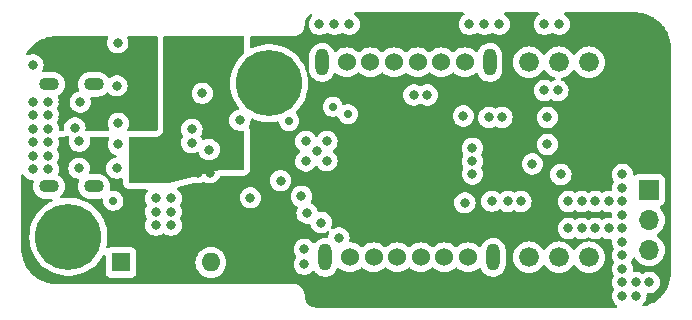
<source format=gbr>
%TF.GenerationSoftware,KiCad,Pcbnew,7.0.8*%
%TF.CreationDate,2024-12-11T22:38:04+01:00*%
%TF.ProjectId,USB-C_PD_Board_V2_CYPD3177,5553422d-435f-4504-945f-426f6172645f,rev?*%
%TF.SameCoordinates,Original*%
%TF.FileFunction,Copper,L3,Inr*%
%TF.FilePolarity,Positive*%
%FSLAX46Y46*%
G04 Gerber Fmt 4.6, Leading zero omitted, Abs format (unit mm)*
G04 Created by KiCad (PCBNEW 7.0.8) date 2024-12-11 22:38:04*
%MOMM*%
%LPD*%
G01*
G04 APERTURE LIST*
%TA.AperFunction,ComponentPad*%
%ADD10C,5.600000*%
%TD*%
%TA.AperFunction,ComponentPad*%
%ADD11R,1.700000X1.700000*%
%TD*%
%TA.AperFunction,ComponentPad*%
%ADD12O,1.700000X1.700000*%
%TD*%
%TA.AperFunction,ComponentPad*%
%ADD13C,1.524000*%
%TD*%
%TA.AperFunction,ComponentPad*%
%ADD14O,1.143000X2.286000*%
%TD*%
%TA.AperFunction,ComponentPad*%
%ADD15C,1.676400*%
%TD*%
%TA.AperFunction,ComponentPad*%
%ADD16O,1.700000X1.100000*%
%TD*%
%TA.AperFunction,ComponentPad*%
%ADD17R,1.600000X1.600000*%
%TD*%
%TA.AperFunction,ComponentPad*%
%ADD18O,1.600000X1.600000*%
%TD*%
%TA.AperFunction,ViaPad*%
%ADD19C,0.800000*%
%TD*%
%TA.AperFunction,ViaPad*%
%ADD20C,0.700000*%
%TD*%
G04 APERTURE END LIST*
D10*
%TO.N,N/C*%
%TO.C,H1*%
X138000000Y-85000000D03*
%TD*%
D11*
%TO.N,GND*%
%TO.C,J4*%
X170160000Y-94040000D03*
D12*
X170160000Y-96580000D03*
X170160000Y-99120000D03*
%TD*%
D13*
%TO.N,Net-(R18-Pad1)*%
%TO.C,SW4*%
X144565000Y-83225000D03*
%TO.N,Net-(R17-Pad1)*%
X146565000Y-83225000D03*
%TO.N,Net-(SW2-C)*%
X148565000Y-83225000D03*
X150565000Y-83225000D03*
%TO.N,Net-(R16-Pad1)*%
X152565000Y-83225000D03*
%TO.N,Net-(R15-Pad1)*%
X154565000Y-83225000D03*
D14*
%TO.N,N/C*%
X142465000Y-83225000D03*
X156665000Y-83225000D03*
%TD*%
D15*
%TO.N,Net-(SW1-A)*%
%TO.C,SW1*%
X159995000Y-99735000D03*
%TO.N,Net-(SW1-B)*%
X162535000Y-99735000D03*
%TO.N,unconnected-(SW1-C-Pad3)*%
X165075000Y-99735000D03*
%TD*%
D11*
%TO.N,+VSW*%
%TO.C,J1*%
X170160000Y-88960000D03*
D12*
X170160000Y-86420000D03*
X170160000Y-83880000D03*
%TD*%
D16*
%TO.N,unconnected-(J2-SHIELD-PadS1)*%
%TO.C,J2*%
X123165000Y-85086000D03*
X119365000Y-85086000D03*
X123165000Y-93726000D03*
X119365000Y-93726000D03*
%TD*%
D15*
%TO.N,unconnected-(SW2-A-Pad1)*%
%TO.C,SW2*%
X165075000Y-83225000D03*
%TO.N,Net-(SW2-B)*%
X162535000Y-83225000D03*
%TO.N,Net-(SW2-C)*%
X159995000Y-83225000D03*
%TD*%
D10*
%TO.N,N/C*%
%TO.C,H2*%
X121000000Y-98000000D03*
%TD*%
D13*
%TO.N,Net-(R14-Pad1)*%
%TO.C,SW3*%
X144835000Y-99735000D03*
%TO.N,Net-(R13-Pad1)*%
X146835000Y-99735000D03*
%TO.N,Net-(SW1-A)*%
X148835000Y-99735000D03*
X150835000Y-99735000D03*
%TO.N,Net-(R12-Pad1)*%
X152835000Y-99735000D03*
%TO.N,Net-(R11-Pad1)*%
X154835000Y-99735000D03*
D14*
%TO.N,N/C*%
X142735000Y-99735000D03*
X156935000Y-99735000D03*
%TD*%
D15*
%TO.N,Net-(SW5-A)*%
%TO.C,SW5*%
X127500000Y-83230000D03*
%TO.N,VBUS*%
X130040000Y-83230000D03*
X132580000Y-83230000D03*
%TD*%
D17*
%TO.N,Net-(D1-K)*%
%TO.C,D1*%
X125439000Y-100165000D03*
D18*
%TO.N,Net-(D1-A)*%
X133059000Y-100165000D03*
%TD*%
D19*
%TO.N,VBUS*%
X130937000Y-92583000D03*
X129921000Y-92583000D03*
X131953000Y-92583000D03*
X132969000Y-92583000D03*
%TO.N,Net-(D1-A)*%
X136400000Y-94700000D03*
D20*
X124797122Y-94952122D03*
D19*
%TO.N,+VSW*%
X136525000Y-98933000D03*
X170180000Y-81169000D03*
X135382000Y-101219000D03*
X167894000Y-85741000D03*
X167894000Y-82312000D03*
X167894000Y-84598000D03*
X138811000Y-100076000D03*
X167894000Y-81169000D03*
X137668000Y-100076000D03*
X136525000Y-96647000D03*
X167894000Y-90313000D03*
X136525000Y-97790000D03*
X141605000Y-87122000D03*
X167894000Y-89170000D03*
X169037000Y-80026000D03*
X137668000Y-98933000D03*
X135382000Y-100076000D03*
X167894000Y-80026000D03*
X137668000Y-101219000D03*
X169037000Y-81169000D03*
X138811000Y-101219000D03*
X167894000Y-83455000D03*
X138800000Y-97800000D03*
X137668000Y-97790000D03*
X167894000Y-86884000D03*
X167894000Y-88027000D03*
X136525000Y-100076000D03*
X136525000Y-101219000D03*
X137668000Y-96647000D03*
X138811000Y-98933000D03*
%TO.N,GND*%
X143900000Y-98100000D03*
X121900000Y-92200000D03*
X166751000Y-97298000D03*
X119300000Y-86585000D03*
X167894000Y-93869000D03*
X138960000Y-93250000D03*
X159300000Y-95000000D03*
X142875000Y-91567000D03*
X151384000Y-85995000D03*
X140970000Y-100330000D03*
X141100000Y-91600000D03*
X162433000Y-85614000D03*
X140970000Y-99060000D03*
X119300000Y-88871000D03*
X157700000Y-87900000D03*
X118000000Y-91157000D03*
X167894000Y-97298000D03*
X118000000Y-90014000D03*
X156210000Y-80010000D03*
X165608000Y-97298000D03*
X158200000Y-95000000D03*
X119300000Y-90014000D03*
X169037000Y-103013000D03*
X167894000Y-100727000D03*
X167894000Y-101870000D03*
X128397000Y-94742000D03*
X122000000Y-86600000D03*
X143510000Y-80010000D03*
X142006000Y-90748000D03*
X142240000Y-80010000D03*
X119300000Y-92300000D03*
X161544000Y-87900000D03*
X167894000Y-98441000D03*
X157480000Y-80010000D03*
X163322000Y-95012000D03*
X169037000Y-101870000D03*
X167894000Y-103013000D03*
X164465000Y-97298000D03*
X118000000Y-86585000D03*
X118000000Y-87728000D03*
X156600000Y-87900000D03*
X167894000Y-92726000D03*
X129697000Y-97028000D03*
X166751000Y-95012000D03*
X167894000Y-99584000D03*
X141097000Y-89916000D03*
X119300000Y-87728000D03*
X144780000Y-80010000D03*
X129697000Y-94742000D03*
X141200000Y-96000000D03*
X167894000Y-95012000D03*
X154559000Y-95123000D03*
X117983000Y-83439000D03*
X154940000Y-80010000D03*
X128397000Y-95885000D03*
X142875000Y-89916000D03*
X167894000Y-96155000D03*
X125222000Y-90182500D03*
X161290000Y-80010000D03*
X161290000Y-85614000D03*
X129697000Y-95885000D03*
X118000000Y-88871000D03*
X128397000Y-97028000D03*
X119300000Y-91157000D03*
X161544000Y-90186000D03*
X162560000Y-80010000D03*
X150241000Y-85995000D03*
X165608000Y-95012000D03*
X118000000Y-92300000D03*
X164465000Y-95012000D03*
X125222000Y-88392000D03*
X170180000Y-101870000D03*
X163322000Y-97298000D03*
X125100000Y-92200000D03*
%TO.N,+3V3*%
X131445000Y-88900000D03*
X142400000Y-96800000D03*
%TO.N,Net-(J2-CC1)*%
X121539000Y-88773000D03*
X132905500Y-90614500D03*
%TO.N,Net-(J2-CC2)*%
X121920000Y-89916000D03*
X131445000Y-90043000D03*
%TO.N,Net-(U1-VBUS_FET_EN)*%
X140723000Y-94577000D03*
X155200000Y-92675500D03*
D20*
%TO.N,Net-(U1-FAULT)*%
X144653000Y-87630000D03*
D19*
%TO.N,Net-(SW1-B)*%
X160274000Y-91837000D03*
%TO.N,Net-(SW2-B)*%
X162687000Y-92726000D03*
X155200000Y-90500000D03*
%TO.N,Net-(R14-Pad1)*%
X156845000Y-94996000D03*
%TO.N,Net-(R18-Pad1)*%
X154432000Y-87773000D03*
%TO.N,Net-(U1-SAFE_PWR_EN)*%
X155200000Y-91600000D03*
D20*
%TO.N,Net-(U1-FLIP)*%
X143383000Y-86995000D03*
D19*
%TO.N,Net-(SW5-A)*%
X121158000Y-85344000D03*
X120523000Y-86614000D03*
X120525000Y-87886000D03*
%TO.N,Net-(U1-HPI_SCL)*%
X132334000Y-85852000D03*
%TO.N,Net-(U1-HPI_SDA)*%
X125095000Y-85217000D03*
D20*
X139688183Y-88188183D03*
D19*
%TO.N,Net-(D3-A)*%
X135509000Y-88138000D03*
X125176000Y-81580000D03*
%TD*%
%TA.AperFunction,Conductor*%
%TO.N,+VSW*%
G36*
X154482842Y-79020185D02*
G01*
X154528597Y-79072989D01*
X154538541Y-79142147D01*
X154509516Y-79205703D01*
X154488688Y-79224818D01*
X154334129Y-79337111D01*
X154207466Y-79477785D01*
X154112821Y-79641715D01*
X154112818Y-79641722D01*
X154088810Y-79715613D01*
X154054326Y-79821744D01*
X154034540Y-80010000D01*
X154054326Y-80198256D01*
X154054327Y-80198259D01*
X154112818Y-80378277D01*
X154112821Y-80378284D01*
X154207467Y-80542216D01*
X154309220Y-80655224D01*
X154334129Y-80682888D01*
X154487265Y-80794148D01*
X154487270Y-80794151D01*
X154660192Y-80871142D01*
X154660197Y-80871144D01*
X154845354Y-80910500D01*
X154845355Y-80910500D01*
X155034644Y-80910500D01*
X155034646Y-80910500D01*
X155219803Y-80871144D01*
X155392730Y-80794151D01*
X155502117Y-80714676D01*
X155567920Y-80691198D01*
X155635974Y-80707023D01*
X155647871Y-80714668D01*
X155718057Y-80765661D01*
X155757270Y-80794151D01*
X155930192Y-80871142D01*
X155930197Y-80871144D01*
X156115354Y-80910500D01*
X156115355Y-80910500D01*
X156304644Y-80910500D01*
X156304646Y-80910500D01*
X156489803Y-80871144D01*
X156662730Y-80794151D01*
X156772117Y-80714676D01*
X156837920Y-80691198D01*
X156905974Y-80707023D01*
X156917871Y-80714668D01*
X156988057Y-80765661D01*
X157027270Y-80794151D01*
X157200192Y-80871142D01*
X157200197Y-80871144D01*
X157385354Y-80910500D01*
X157385355Y-80910500D01*
X157574644Y-80910500D01*
X157574646Y-80910500D01*
X157759803Y-80871144D01*
X157932730Y-80794151D01*
X158085871Y-80682888D01*
X158212533Y-80542216D01*
X158307179Y-80378284D01*
X158365674Y-80198256D01*
X158385460Y-80010000D01*
X158365674Y-79821744D01*
X158307179Y-79641716D01*
X158212533Y-79477784D01*
X158085871Y-79337112D01*
X158066263Y-79322866D01*
X157931312Y-79224818D01*
X157888646Y-79169488D01*
X157882667Y-79099875D01*
X157915273Y-79038080D01*
X157976111Y-79003723D01*
X158004197Y-79000500D01*
X160765803Y-79000500D01*
X160832842Y-79020185D01*
X160878597Y-79072989D01*
X160888541Y-79142147D01*
X160859516Y-79205703D01*
X160838688Y-79224818D01*
X160684129Y-79337111D01*
X160557466Y-79477785D01*
X160462821Y-79641715D01*
X160462818Y-79641722D01*
X160438810Y-79715613D01*
X160404326Y-79821744D01*
X160384540Y-80010000D01*
X160404326Y-80198256D01*
X160404327Y-80198259D01*
X160462818Y-80378277D01*
X160462821Y-80378284D01*
X160557467Y-80542216D01*
X160659220Y-80655224D01*
X160684129Y-80682888D01*
X160837265Y-80794148D01*
X160837270Y-80794151D01*
X161010192Y-80871142D01*
X161010197Y-80871144D01*
X161195354Y-80910500D01*
X161195355Y-80910500D01*
X161384644Y-80910500D01*
X161384646Y-80910500D01*
X161569803Y-80871144D01*
X161742730Y-80794151D01*
X161852117Y-80714676D01*
X161917920Y-80691198D01*
X161985974Y-80707023D01*
X161997871Y-80714668D01*
X162068057Y-80765661D01*
X162107270Y-80794151D01*
X162280192Y-80871142D01*
X162280197Y-80871144D01*
X162465354Y-80910500D01*
X162465355Y-80910500D01*
X162654644Y-80910500D01*
X162654646Y-80910500D01*
X162839803Y-80871144D01*
X163012730Y-80794151D01*
X163165871Y-80682888D01*
X163292533Y-80542216D01*
X163387179Y-80378284D01*
X163445674Y-80198256D01*
X163465460Y-80010000D01*
X163445674Y-79821744D01*
X163387179Y-79641716D01*
X163292533Y-79477784D01*
X163165871Y-79337112D01*
X163146263Y-79322866D01*
X163011312Y-79224818D01*
X162968646Y-79169488D01*
X162962667Y-79099875D01*
X162995273Y-79038080D01*
X163056111Y-79003723D01*
X163084197Y-79000500D01*
X168998378Y-79000500D01*
X169001619Y-79000584D01*
X169133628Y-79007503D01*
X169317027Y-79017803D01*
X169323212Y-79018465D01*
X169475647Y-79042608D01*
X169638194Y-79070226D01*
X169643811Y-79071453D01*
X169796693Y-79112418D01*
X169889122Y-79139046D01*
X169951724Y-79157082D01*
X169956759Y-79158769D01*
X170106183Y-79216127D01*
X170254007Y-79277358D01*
X170258412Y-79279388D01*
X170309307Y-79305321D01*
X170401921Y-79352511D01*
X170477428Y-79394241D01*
X170541480Y-79429641D01*
X170545215Y-79431882D01*
X170615899Y-79477785D01*
X170680872Y-79519980D01*
X170768357Y-79582053D01*
X170810764Y-79612142D01*
X170813886Y-79614510D01*
X170938748Y-79715621D01*
X170941034Y-79717567D01*
X171058721Y-79822738D01*
X171061248Y-79825128D01*
X171174870Y-79938750D01*
X171177260Y-79941277D01*
X171282431Y-80058964D01*
X171284383Y-80061258D01*
X171375324Y-80173561D01*
X171385480Y-80186102D01*
X171387862Y-80189243D01*
X171480019Y-80319127D01*
X171518437Y-80378284D01*
X171568106Y-80454767D01*
X171570364Y-80458531D01*
X171647488Y-80598078D01*
X171720604Y-80741575D01*
X171722643Y-80745997D01*
X171783877Y-80893829D01*
X171841221Y-81043217D01*
X171842916Y-81048273D01*
X171887579Y-81203297D01*
X171928541Y-81356171D01*
X171929778Y-81361835D01*
X171957394Y-81524369D01*
X171981530Y-81676758D01*
X171982196Y-81682985D01*
X171992509Y-81866617D01*
X171999415Y-81998377D01*
X171999500Y-82001623D01*
X171999500Y-100998376D01*
X171999415Y-101001622D01*
X171992509Y-101133382D01*
X171982196Y-101317013D01*
X171981530Y-101323240D01*
X171957394Y-101475630D01*
X171929778Y-101638163D01*
X171928541Y-101643827D01*
X171887579Y-101796702D01*
X171842916Y-101951725D01*
X171841221Y-101956781D01*
X171783877Y-102106170D01*
X171722643Y-102254001D01*
X171720604Y-102258423D01*
X171647488Y-102401921D01*
X171570364Y-102541467D01*
X171568097Y-102545246D01*
X171480019Y-102680872D01*
X171387862Y-102810755D01*
X171385480Y-102813896D01*
X171284385Y-102938738D01*
X171282431Y-102941034D01*
X171177260Y-103058721D01*
X171174870Y-103061248D01*
X171061248Y-103174870D01*
X171058721Y-103177260D01*
X170941034Y-103282431D01*
X170938738Y-103284385D01*
X170813896Y-103385480D01*
X170810755Y-103387862D01*
X170680872Y-103480019D01*
X170545246Y-103568097D01*
X170541467Y-103570364D01*
X170401921Y-103647488D01*
X170258423Y-103720604D01*
X170254001Y-103722643D01*
X170106170Y-103783877D01*
X169956781Y-103841221D01*
X169951725Y-103842916D01*
X169796701Y-103887579D01*
X169757692Y-103898030D01*
X169687842Y-103896366D01*
X169629981Y-103857203D01*
X169602478Y-103792974D01*
X169614065Y-103724072D01*
X169638902Y-103691060D01*
X169638522Y-103690718D01*
X169642405Y-103686404D01*
X169642638Y-103686096D01*
X169642855Y-103685899D01*
X169642871Y-103685888D01*
X169769533Y-103545216D01*
X169864179Y-103381284D01*
X169922674Y-103201256D01*
X169942460Y-103013000D01*
X169930964Y-102903624D01*
X169943533Y-102834897D01*
X169991265Y-102783873D01*
X170059006Y-102766755D01*
X170080054Y-102769373D01*
X170085354Y-102770500D01*
X170085360Y-102770500D01*
X170274644Y-102770500D01*
X170274646Y-102770500D01*
X170459803Y-102731144D01*
X170632730Y-102654151D01*
X170785871Y-102542888D01*
X170912533Y-102402216D01*
X171007179Y-102238284D01*
X171065674Y-102058256D01*
X171085460Y-101870000D01*
X171065674Y-101681744D01*
X171007179Y-101501716D01*
X170912533Y-101337784D01*
X170785871Y-101197112D01*
X170758547Y-101177260D01*
X170632734Y-101085851D01*
X170632729Y-101085848D01*
X170459807Y-101008857D01*
X170459802Y-101008855D01*
X170287259Y-100972181D01*
X170274646Y-100969500D01*
X170085354Y-100969500D01*
X170072741Y-100972181D01*
X169900197Y-101008855D01*
X169900192Y-101008857D01*
X169727270Y-101085848D01*
X169727266Y-101085851D01*
X169681384Y-101119186D01*
X169615578Y-101142665D01*
X169547524Y-101126839D01*
X169535616Y-101119186D01*
X169489733Y-101085851D01*
X169489729Y-101085848D01*
X169316807Y-101008857D01*
X169316802Y-101008855D01*
X169144259Y-100972181D01*
X169131646Y-100969500D01*
X168942354Y-100969500D01*
X168937061Y-100970624D01*
X168867397Y-100965307D01*
X168811664Y-100923169D01*
X168787560Y-100857589D01*
X168787963Y-100836381D01*
X168799460Y-100727000D01*
X168779674Y-100538744D01*
X168721179Y-100358716D01*
X168639647Y-100217499D01*
X168623175Y-100149600D01*
X168639648Y-100093500D01*
X168649313Y-100076759D01*
X168721179Y-99952284D01*
X168725719Y-99938313D01*
X168762581Y-99824862D01*
X168802018Y-99767187D01*
X168866377Y-99739988D01*
X168935223Y-99751903D01*
X168981483Y-99794360D01*
X168982860Y-99793396D01*
X168985965Y-99797830D01*
X169121505Y-99991401D01*
X169288599Y-100158495D01*
X169340425Y-100194784D01*
X169482165Y-100294032D01*
X169482167Y-100294033D01*
X169482170Y-100294035D01*
X169696337Y-100393903D01*
X169924592Y-100455063D01*
X170112918Y-100471539D01*
X170159999Y-100475659D01*
X170160000Y-100475659D01*
X170160001Y-100475659D01*
X170199234Y-100472226D01*
X170395408Y-100455063D01*
X170623663Y-100393903D01*
X170837830Y-100294035D01*
X171031401Y-100158495D01*
X171198495Y-99991401D01*
X171334035Y-99797830D01*
X171433903Y-99583663D01*
X171495063Y-99355408D01*
X171515659Y-99120000D01*
X171513606Y-99096540D01*
X171508173Y-99034432D01*
X171495063Y-98884592D01*
X171433903Y-98656337D01*
X171334035Y-98442171D01*
X171333215Y-98440999D01*
X171198494Y-98248597D01*
X171031402Y-98081506D01*
X171031396Y-98081501D01*
X170845842Y-97951575D01*
X170802217Y-97896998D01*
X170795023Y-97827500D01*
X170826546Y-97765145D01*
X170845842Y-97748425D01*
X170970492Y-97661144D01*
X171031401Y-97618495D01*
X171198495Y-97451401D01*
X171334035Y-97257830D01*
X171433903Y-97043663D01*
X171495063Y-96815408D01*
X171515659Y-96580000D01*
X171495063Y-96344592D01*
X171433903Y-96116337D01*
X171334035Y-95902171D01*
X171330064Y-95896500D01*
X171198496Y-95708600D01*
X171138216Y-95648320D01*
X171076567Y-95586671D01*
X171043084Y-95525351D01*
X171048068Y-95455659D01*
X171089939Y-95399725D01*
X171120915Y-95382810D01*
X171252331Y-95333796D01*
X171367546Y-95247546D01*
X171453796Y-95132331D01*
X171504091Y-94997483D01*
X171510500Y-94937873D01*
X171510499Y-93142128D01*
X171504091Y-93082517D01*
X171496343Y-93061744D01*
X171453797Y-92947671D01*
X171453793Y-92947664D01*
X171367547Y-92832455D01*
X171367544Y-92832452D01*
X171252335Y-92746206D01*
X171252328Y-92746202D01*
X171117482Y-92695908D01*
X171117483Y-92695908D01*
X171057883Y-92689501D01*
X171057881Y-92689500D01*
X171057873Y-92689500D01*
X171057864Y-92689500D01*
X169262129Y-92689500D01*
X169262123Y-92689501D01*
X169202516Y-92695908D01*
X169067671Y-92746202D01*
X169067665Y-92746206D01*
X168995797Y-92800006D01*
X168930333Y-92824423D01*
X168862060Y-92809571D01*
X168812655Y-92760166D01*
X168798167Y-92713706D01*
X168779674Y-92537744D01*
X168721179Y-92357716D01*
X168626533Y-92193784D01*
X168499871Y-92053112D01*
X168472609Y-92033305D01*
X168346734Y-91941851D01*
X168346729Y-91941848D01*
X168173807Y-91864857D01*
X168173802Y-91864855D01*
X168017890Y-91831716D01*
X167988646Y-91825500D01*
X167799354Y-91825500D01*
X167770110Y-91831716D01*
X167614197Y-91864855D01*
X167614192Y-91864857D01*
X167441270Y-91941848D01*
X167441265Y-91941851D01*
X167288129Y-92053111D01*
X167161466Y-92193785D01*
X167066821Y-92357715D01*
X167066818Y-92357722D01*
X167009590Y-92533853D01*
X167008326Y-92537744D01*
X166988540Y-92726000D01*
X167008326Y-92914256D01*
X167008327Y-92914259D01*
X167066818Y-93094277D01*
X167066820Y-93094281D01*
X167066821Y-93094284D01*
X167105423Y-93161144D01*
X167148352Y-93235501D01*
X167164824Y-93303401D01*
X167148352Y-93359499D01*
X167066820Y-93500718D01*
X167066818Y-93500722D01*
X167025951Y-93626500D01*
X167008326Y-93680744D01*
X166992284Y-93833380D01*
X166988540Y-93869000D01*
X167000035Y-93978373D01*
X166987465Y-94047103D01*
X166939733Y-94098127D01*
X166871992Y-94115244D01*
X166850935Y-94112624D01*
X166845646Y-94111500D01*
X166656354Y-94111500D01*
X166638740Y-94115244D01*
X166471197Y-94150855D01*
X166471192Y-94150857D01*
X166298270Y-94227848D01*
X166298266Y-94227851D01*
X166252384Y-94261186D01*
X166186578Y-94284665D01*
X166118524Y-94268839D01*
X166106616Y-94261186D01*
X166060733Y-94227851D01*
X166060729Y-94227848D01*
X165887807Y-94150857D01*
X165887802Y-94150855D01*
X165720260Y-94115244D01*
X165702646Y-94111500D01*
X165513354Y-94111500D01*
X165495740Y-94115244D01*
X165328197Y-94150855D01*
X165328192Y-94150857D01*
X165155270Y-94227848D01*
X165155266Y-94227851D01*
X165109384Y-94261186D01*
X165043578Y-94284665D01*
X164975524Y-94268839D01*
X164963616Y-94261186D01*
X164917733Y-94227851D01*
X164917729Y-94227848D01*
X164744807Y-94150857D01*
X164744802Y-94150855D01*
X164577260Y-94115244D01*
X164559646Y-94111500D01*
X164370354Y-94111500D01*
X164352740Y-94115244D01*
X164185197Y-94150855D01*
X164185192Y-94150857D01*
X164012270Y-94227848D01*
X164012266Y-94227851D01*
X163966384Y-94261186D01*
X163900578Y-94284665D01*
X163832524Y-94268839D01*
X163820616Y-94261186D01*
X163774733Y-94227851D01*
X163774729Y-94227848D01*
X163601807Y-94150857D01*
X163601802Y-94150855D01*
X163434260Y-94115244D01*
X163416646Y-94111500D01*
X163227354Y-94111500D01*
X163209740Y-94115244D01*
X163042197Y-94150855D01*
X163042192Y-94150857D01*
X162869270Y-94227848D01*
X162869265Y-94227851D01*
X162716129Y-94339111D01*
X162589466Y-94479785D01*
X162494821Y-94643715D01*
X162494818Y-94643722D01*
X162439124Y-94815132D01*
X162436326Y-94823744D01*
X162416540Y-95012000D01*
X162436326Y-95200256D01*
X162436327Y-95200259D01*
X162494818Y-95380277D01*
X162494821Y-95380284D01*
X162589467Y-95544216D01*
X162705324Y-95672888D01*
X162716129Y-95684888D01*
X162869265Y-95796148D01*
X162869270Y-95796151D01*
X163042192Y-95873142D01*
X163042197Y-95873144D01*
X163227354Y-95912500D01*
X163227355Y-95912500D01*
X163416644Y-95912500D01*
X163416646Y-95912500D01*
X163601803Y-95873144D01*
X163774730Y-95796151D01*
X163820614Y-95762813D01*
X163886421Y-95739334D01*
X163954475Y-95755159D01*
X163966386Y-95762814D01*
X164012271Y-95796152D01*
X164185192Y-95873142D01*
X164185197Y-95873144D01*
X164370354Y-95912500D01*
X164370355Y-95912500D01*
X164559644Y-95912500D01*
X164559646Y-95912500D01*
X164744803Y-95873144D01*
X164917730Y-95796151D01*
X164963614Y-95762813D01*
X165029421Y-95739334D01*
X165097475Y-95755159D01*
X165109386Y-95762814D01*
X165155271Y-95796152D01*
X165328192Y-95873142D01*
X165328197Y-95873144D01*
X165513354Y-95912500D01*
X165513355Y-95912500D01*
X165702644Y-95912500D01*
X165702646Y-95912500D01*
X165887803Y-95873144D01*
X166060730Y-95796151D01*
X166106614Y-95762813D01*
X166172421Y-95739334D01*
X166240475Y-95755159D01*
X166252386Y-95762814D01*
X166298271Y-95796152D01*
X166471192Y-95873142D01*
X166471197Y-95873144D01*
X166656354Y-95912500D01*
X166656355Y-95912500D01*
X166845642Y-95912500D01*
X166845646Y-95912500D01*
X166850927Y-95911377D01*
X166920591Y-95916687D01*
X166976328Y-95958820D01*
X167000438Y-96024398D01*
X167000035Y-96045626D01*
X166988540Y-96154999D01*
X167000035Y-96264373D01*
X166987465Y-96333103D01*
X166939733Y-96384127D01*
X166871992Y-96401244D01*
X166850935Y-96398624D01*
X166845646Y-96397500D01*
X166656354Y-96397500D01*
X166638740Y-96401244D01*
X166471197Y-96436855D01*
X166471192Y-96436857D01*
X166298270Y-96513848D01*
X166298266Y-96513851D01*
X166252384Y-96547186D01*
X166186578Y-96570665D01*
X166118524Y-96554839D01*
X166106616Y-96547186D01*
X166060733Y-96513851D01*
X166060729Y-96513848D01*
X165887807Y-96436857D01*
X165887802Y-96436855D01*
X165720260Y-96401244D01*
X165702646Y-96397500D01*
X165513354Y-96397500D01*
X165495740Y-96401244D01*
X165328197Y-96436855D01*
X165328192Y-96436857D01*
X165155270Y-96513848D01*
X165155266Y-96513851D01*
X165109384Y-96547186D01*
X165043578Y-96570665D01*
X164975524Y-96554839D01*
X164963616Y-96547186D01*
X164917733Y-96513851D01*
X164917729Y-96513848D01*
X164744807Y-96436857D01*
X164744802Y-96436855D01*
X164577260Y-96401244D01*
X164559646Y-96397500D01*
X164370354Y-96397500D01*
X164352740Y-96401244D01*
X164185197Y-96436855D01*
X164185192Y-96436857D01*
X164012270Y-96513848D01*
X164012266Y-96513851D01*
X163966384Y-96547186D01*
X163900578Y-96570665D01*
X163832524Y-96554839D01*
X163820616Y-96547186D01*
X163774733Y-96513851D01*
X163774729Y-96513848D01*
X163601807Y-96436857D01*
X163601802Y-96436855D01*
X163434260Y-96401244D01*
X163416646Y-96397500D01*
X163227354Y-96397500D01*
X163209740Y-96401244D01*
X163042197Y-96436855D01*
X163042192Y-96436857D01*
X162869270Y-96513848D01*
X162869265Y-96513851D01*
X162716129Y-96625111D01*
X162589466Y-96765785D01*
X162494821Y-96929715D01*
X162494818Y-96929722D01*
X162436327Y-97109740D01*
X162436326Y-97109744D01*
X162416540Y-97298000D01*
X162436326Y-97486256D01*
X162436327Y-97486259D01*
X162494818Y-97666277D01*
X162494821Y-97666284D01*
X162589467Y-97830216D01*
X162716129Y-97970888D01*
X162869265Y-98082148D01*
X162869270Y-98082151D01*
X163042192Y-98159142D01*
X163042197Y-98159144D01*
X163227354Y-98198500D01*
X163227355Y-98198500D01*
X163416644Y-98198500D01*
X163416646Y-98198500D01*
X163601803Y-98159144D01*
X163748077Y-98094018D01*
X163774728Y-98082152D01*
X163774728Y-98082151D01*
X163774730Y-98082151D01*
X163820614Y-98048813D01*
X163886421Y-98025334D01*
X163954475Y-98041159D01*
X163966386Y-98048814D01*
X164012271Y-98082152D01*
X164185192Y-98159142D01*
X164185197Y-98159144D01*
X164370354Y-98198500D01*
X164370355Y-98198500D01*
X164559644Y-98198500D01*
X164559646Y-98198500D01*
X164744803Y-98159144D01*
X164891077Y-98094018D01*
X164917728Y-98082152D01*
X164917728Y-98082151D01*
X164917730Y-98082151D01*
X164963614Y-98048813D01*
X165029421Y-98025334D01*
X165097475Y-98041159D01*
X165109386Y-98048814D01*
X165155271Y-98082152D01*
X165328192Y-98159142D01*
X165328197Y-98159144D01*
X165513354Y-98198500D01*
X165513355Y-98198500D01*
X165702644Y-98198500D01*
X165702646Y-98198500D01*
X165887803Y-98159144D01*
X166034077Y-98094018D01*
X166060728Y-98082152D01*
X166060728Y-98082151D01*
X166060730Y-98082151D01*
X166106614Y-98048813D01*
X166172421Y-98025334D01*
X166240475Y-98041159D01*
X166252386Y-98048814D01*
X166298271Y-98082152D01*
X166471192Y-98159142D01*
X166471197Y-98159144D01*
X166656354Y-98198500D01*
X166656355Y-98198500D01*
X166845642Y-98198500D01*
X166845646Y-98198500D01*
X166850927Y-98197377D01*
X166920591Y-98202687D01*
X166976328Y-98244820D01*
X167000438Y-98310398D01*
X167000035Y-98331626D01*
X166988540Y-98440999D01*
X166988540Y-98441000D01*
X167008326Y-98629256D01*
X167008327Y-98629259D01*
X167066818Y-98809277D01*
X167066820Y-98809281D01*
X167066821Y-98809284D01*
X167106528Y-98878059D01*
X167148352Y-98950501D01*
X167164824Y-99018401D01*
X167148352Y-99074499D01*
X167066820Y-99215718D01*
X167066818Y-99215722D01*
X167008327Y-99395740D01*
X167008326Y-99395744D01*
X166988540Y-99584000D01*
X167008326Y-99772256D01*
X167008327Y-99772259D01*
X167066818Y-99952277D01*
X167066820Y-99952281D01*
X167066821Y-99952284D01*
X167094554Y-100000319D01*
X167148352Y-100093501D01*
X167164824Y-100161401D01*
X167148352Y-100217499D01*
X167066820Y-100358718D01*
X167066818Y-100358722D01*
X167014670Y-100519218D01*
X167008326Y-100538744D01*
X166988540Y-100727000D01*
X167008326Y-100915256D01*
X167008327Y-100915259D01*
X167066818Y-101095277D01*
X167066820Y-101095281D01*
X167066821Y-101095284D01*
X167107099Y-101165047D01*
X167148352Y-101236501D01*
X167164824Y-101304401D01*
X167148352Y-101360499D01*
X167066820Y-101501718D01*
X167066818Y-101501722D01*
X167009824Y-101677134D01*
X167008326Y-101681744D01*
X166988540Y-101870000D01*
X167008326Y-102058256D01*
X167008327Y-102058259D01*
X167066818Y-102238277D01*
X167066820Y-102238281D01*
X167066821Y-102238284D01*
X167096585Y-102289836D01*
X167148352Y-102379501D01*
X167164824Y-102447401D01*
X167148352Y-102503499D01*
X167066820Y-102644718D01*
X167066818Y-102644722D01*
X167008327Y-102824740D01*
X167008326Y-102824744D01*
X166988540Y-103013000D01*
X167008326Y-103201256D01*
X167008327Y-103201259D01*
X167066818Y-103381277D01*
X167066821Y-103381284D01*
X167161467Y-103545216D01*
X167249032Y-103642466D01*
X167278613Y-103675320D01*
X167288129Y-103685888D01*
X167362856Y-103740180D01*
X167411032Y-103775182D01*
X167453697Y-103830512D01*
X167459676Y-103900125D01*
X167427070Y-103961920D01*
X167366231Y-103996278D01*
X167338146Y-103999500D01*
X142002710Y-103999500D01*
X141997303Y-103999264D01*
X141995015Y-103999063D01*
X141954554Y-103995523D01*
X141828238Y-103983082D01*
X141808299Y-103979454D01*
X141741669Y-103961601D01*
X141648435Y-103933319D01*
X141632027Y-103927040D01*
X141578837Y-103902238D01*
X141564618Y-103895607D01*
X141561605Y-103894101D01*
X141477671Y-103849236D01*
X141471331Y-103845341D01*
X141405170Y-103799015D01*
X141401398Y-103796154D01*
X141329190Y-103736895D01*
X141324688Y-103732815D01*
X141267182Y-103675309D01*
X141263103Y-103670808D01*
X141203844Y-103598600D01*
X141200983Y-103594828D01*
X141154657Y-103528667D01*
X141150762Y-103522327D01*
X141125982Y-103475969D01*
X141105888Y-103438375D01*
X141104406Y-103435411D01*
X141072958Y-103367971D01*
X141066682Y-103351570D01*
X141038403Y-103258349D01*
X141020541Y-103191685D01*
X141016918Y-103171771D01*
X141004482Y-103045519D01*
X141000735Y-103002695D01*
X141000500Y-102997293D01*
X141000500Y-102912472D01*
X141000500Y-102912468D01*
X140970101Y-102740062D01*
X140910225Y-102575555D01*
X140891364Y-102542888D01*
X140866747Y-102500250D01*
X140822692Y-102423945D01*
X140822691Y-102423943D01*
X140822690Y-102423942D01*
X140710163Y-102289836D01*
X140576057Y-102177309D01*
X140424446Y-102089775D01*
X140259937Y-102029898D01*
X140087534Y-101999500D01*
X140087532Y-101999500D01*
X140000099Y-101999500D01*
X120001624Y-101999500D01*
X119998378Y-101999415D01*
X119866617Y-101992509D01*
X119682985Y-101982196D01*
X119676758Y-101981530D01*
X119524369Y-101957394D01*
X119361835Y-101929778D01*
X119356171Y-101928541D01*
X119203297Y-101887579D01*
X119048273Y-101842916D01*
X119043217Y-101841221D01*
X118893829Y-101783877D01*
X118745997Y-101722643D01*
X118741575Y-101720604D01*
X118598078Y-101647488D01*
X118458531Y-101570364D01*
X118454767Y-101568106D01*
X118401875Y-101533758D01*
X118319127Y-101480019D01*
X118189243Y-101387862D01*
X118186102Y-101385480D01*
X118146018Y-101353021D01*
X118061258Y-101284383D01*
X118058964Y-101282431D01*
X117941277Y-101177260D01*
X117938750Y-101174870D01*
X117825128Y-101061248D01*
X117822738Y-101058721D01*
X117822449Y-101058398D01*
X117755132Y-100983070D01*
X117717567Y-100941034D01*
X117715613Y-100938738D01*
X117705213Y-100925895D01*
X117614510Y-100813886D01*
X117612136Y-100810755D01*
X117519980Y-100680872D01*
X117487406Y-100630715D01*
X117431882Y-100545215D01*
X117429641Y-100541480D01*
X117356348Y-100408864D01*
X117352511Y-100401921D01*
X117286865Y-100273086D01*
X117279388Y-100258412D01*
X117277355Y-100254000D01*
X117262236Y-100217500D01*
X117216127Y-100106183D01*
X117158769Y-99956759D01*
X117157082Y-99951724D01*
X117120533Y-99824862D01*
X117112414Y-99796679D01*
X117111793Y-99794360D01*
X117071453Y-99643811D01*
X117070226Y-99638194D01*
X117042601Y-99475606D01*
X117018465Y-99323212D01*
X117017803Y-99317027D01*
X117007503Y-99133628D01*
X117000584Y-99001620D01*
X117000500Y-98998377D01*
X117000500Y-92832589D01*
X117020185Y-92765550D01*
X117072989Y-92719795D01*
X117142147Y-92709851D01*
X117205703Y-92738876D01*
X117231885Y-92770587D01*
X117262116Y-92822947D01*
X117267467Y-92832216D01*
X117394129Y-92972888D01*
X117547265Y-93084148D01*
X117547270Y-93084151D01*
X117720192Y-93161142D01*
X117720197Y-93161144D01*
X117905354Y-93200500D01*
X117905355Y-93200500D01*
X117959444Y-93200500D01*
X118026483Y-93220185D01*
X118072238Y-93272989D01*
X118082182Y-93342147D01*
X118078105Y-93360495D01*
X118029699Y-93520067D01*
X118009417Y-93726000D01*
X118029699Y-93931932D01*
X118037311Y-93957024D01*
X118089768Y-94129954D01*
X118187315Y-94312450D01*
X118187317Y-94312452D01*
X118318589Y-94472410D01*
X118381030Y-94523653D01*
X118478550Y-94603685D01*
X118661046Y-94701232D01*
X118859066Y-94761300D01*
X118859065Y-94761300D01*
X118897647Y-94765100D01*
X119013392Y-94776500D01*
X119013395Y-94776500D01*
X119543734Y-94776500D01*
X119610773Y-94796185D01*
X119656528Y-94848989D01*
X119666472Y-94918147D01*
X119637447Y-94981703D01*
X119595802Y-95013038D01*
X119536049Y-95040682D01*
X119451745Y-95079685D01*
X119198242Y-95232214D01*
X119145081Y-95264200D01*
X119083180Y-95311256D01*
X118860172Y-95480781D01*
X118860163Y-95480789D01*
X118600331Y-95726914D01*
X118368641Y-95999680D01*
X118368634Y-95999690D01*
X118167790Y-96295913D01*
X118167784Y-96295922D01*
X118000151Y-96612111D01*
X118000142Y-96612129D01*
X117867674Y-96944600D01*
X117867672Y-96944607D01*
X117771932Y-97289434D01*
X117771926Y-97289460D01*
X117714029Y-97642614D01*
X117714028Y-97642627D01*
X117714028Y-97642629D01*
X117711010Y-97698300D01*
X117694652Y-97999997D01*
X117694652Y-98000002D01*
X117698595Y-98072722D01*
X117713609Y-98349651D01*
X117714028Y-98357368D01*
X117714029Y-98357385D01*
X117771926Y-98710539D01*
X117771932Y-98710565D01*
X117867672Y-99055392D01*
X117867674Y-99055399D01*
X118000142Y-99387870D01*
X118000151Y-99387888D01*
X118167784Y-99704077D01*
X118167787Y-99704082D01*
X118167789Y-99704085D01*
X118346962Y-99968346D01*
X118368634Y-100000309D01*
X118368641Y-100000319D01*
X118553116Y-100217499D01*
X118600332Y-100273086D01*
X118860163Y-100519211D01*
X119145081Y-100735800D01*
X119451747Y-100920315D01*
X119451749Y-100920316D01*
X119451751Y-100920317D01*
X119451755Y-100920319D01*
X119652053Y-101012986D01*
X119776565Y-101070591D01*
X120115726Y-101184868D01*
X120465254Y-101261805D01*
X120821052Y-101300500D01*
X120821058Y-101300500D01*
X121178942Y-101300500D01*
X121178948Y-101300500D01*
X121534746Y-101261805D01*
X121884274Y-101184868D01*
X122223435Y-101070591D01*
X122548253Y-100920315D01*
X122854919Y-100735800D01*
X123139837Y-100519211D01*
X123399668Y-100273086D01*
X123631365Y-100000311D01*
X123832211Y-99704085D01*
X123904945Y-99566893D01*
X123953738Y-99516886D01*
X124021823Y-99501194D01*
X124087583Y-99524804D01*
X124130140Y-99580217D01*
X124138500Y-99624978D01*
X124138500Y-101012870D01*
X124138501Y-101012876D01*
X124144908Y-101072483D01*
X124195202Y-101207328D01*
X124195206Y-101207335D01*
X124281452Y-101322544D01*
X124281455Y-101322547D01*
X124396664Y-101408793D01*
X124396671Y-101408797D01*
X124531517Y-101459091D01*
X124531516Y-101459091D01*
X124538444Y-101459835D01*
X124591127Y-101465500D01*
X126286872Y-101465499D01*
X126346483Y-101459091D01*
X126481331Y-101408796D01*
X126596546Y-101322546D01*
X126682796Y-101207331D01*
X126733091Y-101072483D01*
X126739500Y-101012873D01*
X126739500Y-100165001D01*
X131753532Y-100165001D01*
X131773364Y-100391686D01*
X131773366Y-100391697D01*
X131832258Y-100611488D01*
X131832261Y-100611497D01*
X131928431Y-100817732D01*
X131928432Y-100817734D01*
X132058954Y-101004141D01*
X132219858Y-101165045D01*
X132219861Y-101165047D01*
X132406266Y-101295568D01*
X132612504Y-101391739D01*
X132832308Y-101450635D01*
X132994230Y-101464801D01*
X133058998Y-101470468D01*
X133059000Y-101470468D01*
X133059002Y-101470468D01*
X133115807Y-101465498D01*
X133285692Y-101450635D01*
X133505496Y-101391739D01*
X133711734Y-101295568D01*
X133898139Y-101165047D01*
X134059047Y-101004139D01*
X134189568Y-100817734D01*
X134285739Y-100611496D01*
X134344635Y-100391692D01*
X134361878Y-100194603D01*
X134364468Y-100165001D01*
X134364468Y-100164998D01*
X134350060Y-100000319D01*
X134344635Y-99938308D01*
X134285739Y-99718504D01*
X134189568Y-99512266D01*
X134059047Y-99325861D01*
X134059045Y-99325858D01*
X133898141Y-99164954D01*
X133711734Y-99034432D01*
X133711732Y-99034431D01*
X133505497Y-98938261D01*
X133505488Y-98938258D01*
X133285697Y-98879366D01*
X133285693Y-98879365D01*
X133285692Y-98879365D01*
X133285691Y-98879364D01*
X133285686Y-98879364D01*
X133059002Y-98859532D01*
X133058998Y-98859532D01*
X132832313Y-98879364D01*
X132832302Y-98879366D01*
X132612511Y-98938258D01*
X132612502Y-98938261D01*
X132406267Y-99034431D01*
X132406265Y-99034432D01*
X132219858Y-99164954D01*
X132058954Y-99325858D01*
X131928432Y-99512265D01*
X131928431Y-99512267D01*
X131832261Y-99718502D01*
X131832258Y-99718511D01*
X131773366Y-99938302D01*
X131773364Y-99938313D01*
X131753532Y-100164998D01*
X131753532Y-100165001D01*
X126739500Y-100165001D01*
X126739499Y-99317128D01*
X126733091Y-99257517D01*
X126717502Y-99215722D01*
X126682797Y-99122671D01*
X126682793Y-99122664D01*
X126596547Y-99007455D01*
X126596544Y-99007452D01*
X126481335Y-98921206D01*
X126481328Y-98921202D01*
X126346482Y-98870908D01*
X126346483Y-98870908D01*
X126286883Y-98864501D01*
X126286881Y-98864500D01*
X126286873Y-98864500D01*
X126286864Y-98864500D01*
X124591129Y-98864500D01*
X124591123Y-98864501D01*
X124531516Y-98870908D01*
X124396671Y-98921202D01*
X124388886Y-98925454D01*
X124387527Y-98922966D01*
X124335574Y-98942335D01*
X124267304Y-98927473D01*
X124217906Y-98878059D01*
X124203065Y-98809784D01*
X124207266Y-98785482D01*
X124228071Y-98710552D01*
X124262717Y-98499220D01*
X124285970Y-98357385D01*
X124285970Y-98357382D01*
X124285972Y-98357371D01*
X124305348Y-98000000D01*
X124305123Y-97995859D01*
X124299763Y-97896998D01*
X124285972Y-97642629D01*
X124282015Y-97618495D01*
X124228073Y-97289460D01*
X124228072Y-97289459D01*
X124228071Y-97289448D01*
X124159830Y-97043664D01*
X124132327Y-96944607D01*
X124132325Y-96944600D01*
X123999857Y-96612129D01*
X123999848Y-96612111D01*
X123999653Y-96611744D01*
X123904212Y-96431722D01*
X123832215Y-96295922D01*
X123832213Y-96295919D01*
X123832211Y-96295915D01*
X123631365Y-95999689D01*
X123631361Y-95999684D01*
X123631358Y-95999680D01*
X123399668Y-95726914D01*
X123367814Y-95696740D01*
X123139837Y-95480789D01*
X123139830Y-95480783D01*
X123139827Y-95480781D01*
X123066028Y-95424681D01*
X122854919Y-95264200D01*
X122548253Y-95079685D01*
X122548252Y-95079684D01*
X122548248Y-95079682D01*
X122548244Y-95079680D01*
X122223447Y-94929414D01*
X122223441Y-94929411D01*
X122223435Y-94929409D01*
X122053854Y-94872270D01*
X121884273Y-94815131D01*
X121534744Y-94738194D01*
X121178949Y-94699500D01*
X121178948Y-94699500D01*
X120821052Y-94699500D01*
X120821050Y-94699500D01*
X120465254Y-94738194D01*
X120454285Y-94740609D01*
X120384581Y-94735793D01*
X120328546Y-94694058D01*
X120303971Y-94628653D01*
X120318657Y-94560344D01*
X120348967Y-94523655D01*
X120411410Y-94472410D01*
X120542685Y-94312450D01*
X120640232Y-94129954D01*
X120700300Y-93931934D01*
X120720583Y-93726000D01*
X120700300Y-93520066D01*
X120640232Y-93322046D01*
X120542685Y-93139550D01*
X120476303Y-93058663D01*
X120411410Y-92979589D01*
X120251450Y-92848315D01*
X120187286Y-92814017D01*
X120137442Y-92765054D01*
X120121983Y-92696916D01*
X120127810Y-92666342D01*
X120131797Y-92654070D01*
X120185674Y-92488256D01*
X120205460Y-92300000D01*
X120194950Y-92200000D01*
X120994540Y-92200000D01*
X121014326Y-92388256D01*
X121014327Y-92388259D01*
X121072818Y-92568277D01*
X121072821Y-92568284D01*
X121167467Y-92732216D01*
X121285909Y-92863759D01*
X121294129Y-92872888D01*
X121447265Y-92984148D01*
X121447270Y-92984151D01*
X121620192Y-93061142D01*
X121620197Y-93061144D01*
X121805354Y-93100500D01*
X121805355Y-93100500D01*
X121811822Y-93101180D01*
X121811576Y-93103516D01*
X121868344Y-93120185D01*
X121914099Y-93172989D01*
X121924043Y-93242147D01*
X121910663Y-93282953D01*
X121889769Y-93322041D01*
X121829699Y-93520067D01*
X121809417Y-93726000D01*
X121829699Y-93931932D01*
X121837311Y-93957024D01*
X121889768Y-94129954D01*
X121987315Y-94312450D01*
X121987317Y-94312452D01*
X122118589Y-94472410D01*
X122181030Y-94523653D01*
X122278550Y-94603685D01*
X122461046Y-94701232D01*
X122659066Y-94761300D01*
X122659065Y-94761300D01*
X122697647Y-94765100D01*
X122813392Y-94776500D01*
X122813395Y-94776500D01*
X123516605Y-94776500D01*
X123516608Y-94776500D01*
X123670934Y-94761300D01*
X123792726Y-94724354D01*
X123862592Y-94723731D01*
X123921705Y-94760979D01*
X123951296Y-94824273D01*
X123952042Y-94855976D01*
X123941937Y-94952121D01*
X123960625Y-95129927D01*
X123960626Y-95129929D01*
X124015869Y-95299951D01*
X124015872Y-95299957D01*
X124105263Y-95454787D01*
X124131700Y-95484148D01*
X124224886Y-95587643D01*
X124224889Y-95587645D01*
X124224892Y-95587648D01*
X124369529Y-95692734D01*
X124532855Y-95765451D01*
X124707731Y-95802622D01*
X124707732Y-95802622D01*
X124886511Y-95802622D01*
X124886513Y-95802622D01*
X125061389Y-95765451D01*
X125224715Y-95692734D01*
X125369352Y-95587648D01*
X125378400Y-95577600D01*
X125419265Y-95532214D01*
X125488981Y-95454787D01*
X125578372Y-95299957D01*
X125633619Y-95129925D01*
X125652307Y-94952122D01*
X125633619Y-94774319D01*
X125591185Y-94643722D01*
X125578374Y-94604292D01*
X125578371Y-94604286D01*
X125578024Y-94603685D01*
X125488981Y-94449457D01*
X125420789Y-94373722D01*
X125369357Y-94316600D01*
X125369354Y-94316598D01*
X125369353Y-94316597D01*
X125369352Y-94316596D01*
X125224715Y-94211510D01*
X125061389Y-94138793D01*
X125061387Y-94138792D01*
X124932854Y-94111472D01*
X124886513Y-94101622D01*
X124707731Y-94101622D01*
X124636376Y-94116788D01*
X124566710Y-94111472D01*
X124510977Y-94069334D01*
X124486872Y-94003754D01*
X124491936Y-93959505D01*
X124500300Y-93931934D01*
X124520583Y-93726000D01*
X124500300Y-93520066D01*
X124440232Y-93322046D01*
X124342685Y-93139550D01*
X124276303Y-93058663D01*
X124211410Y-92979589D01*
X124074282Y-92867053D01*
X124051450Y-92848315D01*
X123868954Y-92750768D01*
X123670934Y-92690700D01*
X123670932Y-92690699D01*
X123670934Y-92690699D01*
X123551805Y-92678966D01*
X123516608Y-92675500D01*
X122863014Y-92675500D01*
X122795975Y-92655815D01*
X122750220Y-92603011D01*
X122740276Y-92533853D01*
X122745083Y-92513182D01*
X122759926Y-92467500D01*
X122785674Y-92388256D01*
X122805460Y-92200000D01*
X122785674Y-92011744D01*
X122727179Y-91831716D01*
X122632533Y-91667784D01*
X122505871Y-91527112D01*
X122503355Y-91525284D01*
X122352734Y-91415851D01*
X122352729Y-91415848D01*
X122179807Y-91338857D01*
X122179802Y-91338855D01*
X122019505Y-91304784D01*
X121994646Y-91299500D01*
X121805354Y-91299500D01*
X121780495Y-91304784D01*
X121620197Y-91338855D01*
X121620192Y-91338857D01*
X121447270Y-91415848D01*
X121447265Y-91415851D01*
X121294129Y-91527111D01*
X121167466Y-91667785D01*
X121072821Y-91831715D01*
X121072818Y-91831722D01*
X121018846Y-91997833D01*
X121014326Y-92011744D01*
X120994540Y-92200000D01*
X120194950Y-92200000D01*
X120185674Y-92111744D01*
X120127179Y-91931716D01*
X120045647Y-91790499D01*
X120029175Y-91722600D01*
X120045648Y-91666500D01*
X120055902Y-91648740D01*
X120127179Y-91525284D01*
X120185674Y-91345256D01*
X120205460Y-91157000D01*
X120185674Y-90968744D01*
X120127179Y-90788716D01*
X120045647Y-90647499D01*
X120029175Y-90579600D01*
X120045648Y-90523500D01*
X120089114Y-90448214D01*
X120127179Y-90382284D01*
X120185674Y-90202256D01*
X120205460Y-90014000D01*
X120185674Y-89825744D01*
X120140346Y-89686242D01*
X120138352Y-89616403D01*
X120174432Y-89556570D01*
X120237133Y-89525742D01*
X120275923Y-89525188D01*
X120326780Y-89532500D01*
X120326783Y-89532500D01*
X120522526Y-89532500D01*
X120585674Y-89524032D01*
X120655676Y-89514647D01*
X120718696Y-89497439D01*
X120834630Y-89448444D01*
X120904041Y-89440480D01*
X120955779Y-89462344D01*
X121013477Y-89504264D01*
X121016204Y-89506245D01*
X121058869Y-89561576D01*
X121064848Y-89631189D01*
X121061249Y-89644880D01*
X121034328Y-89727737D01*
X121034328Y-89727739D01*
X121034326Y-89727744D01*
X121014540Y-89916000D01*
X121034326Y-90104256D01*
X121034327Y-90104259D01*
X121092818Y-90284277D01*
X121092821Y-90284284D01*
X121187467Y-90448216D01*
X121305766Y-90579600D01*
X121314129Y-90588888D01*
X121467265Y-90700148D01*
X121467270Y-90700151D01*
X121640192Y-90777142D01*
X121640197Y-90777144D01*
X121825354Y-90816500D01*
X121825355Y-90816500D01*
X122014644Y-90816500D01*
X122014646Y-90816500D01*
X122199803Y-90777144D01*
X122372730Y-90700151D01*
X122525871Y-90588888D01*
X122652533Y-90448216D01*
X122747179Y-90284284D01*
X122805674Y-90104256D01*
X122825460Y-89916000D01*
X122805674Y-89727744D01*
X122801809Y-89715848D01*
X122794976Y-89694817D01*
X122792981Y-89624976D01*
X122829062Y-89565143D01*
X122891763Y-89534316D01*
X122912907Y-89532500D01*
X124334033Y-89532500D01*
X124334035Y-89532500D01*
X124334036Y-89532499D01*
X124336947Y-89532361D01*
X124404848Y-89548828D01*
X124453067Y-89599392D01*
X124466295Y-89667998D01*
X124450244Y-89718219D01*
X124394820Y-89814218D01*
X124394818Y-89814222D01*
X124361749Y-89916000D01*
X124336326Y-89994244D01*
X124316540Y-90182500D01*
X124336326Y-90370756D01*
X124336327Y-90370759D01*
X124394818Y-90550777D01*
X124394821Y-90550784D01*
X124489467Y-90714716D01*
X124607234Y-90845509D01*
X124616129Y-90855388D01*
X124769265Y-90966648D01*
X124769270Y-90966651D01*
X124942192Y-91043642D01*
X124942193Y-91043642D01*
X124942197Y-91043644D01*
X124995717Y-91055020D01*
X125005004Y-91056994D01*
X125066486Y-91090186D01*
X125100263Y-91151349D01*
X125095611Y-91221063D01*
X125054007Y-91277196D01*
X125005005Y-91299574D01*
X124820197Y-91338855D01*
X124820192Y-91338857D01*
X124647270Y-91415848D01*
X124647265Y-91415851D01*
X124494129Y-91527111D01*
X124367466Y-91667785D01*
X124272821Y-91831715D01*
X124272818Y-91831722D01*
X124218846Y-91997833D01*
X124214326Y-92011744D01*
X124194540Y-92200000D01*
X124214326Y-92388256D01*
X124214327Y-92388259D01*
X124272818Y-92568277D01*
X124272821Y-92568284D01*
X124367467Y-92732216D01*
X124485909Y-92863759D01*
X124494129Y-92872888D01*
X124647265Y-92984148D01*
X124647270Y-92984151D01*
X124820192Y-93061142D01*
X124820197Y-93061144D01*
X125005354Y-93100500D01*
X125005355Y-93100500D01*
X125194644Y-93100500D01*
X125194646Y-93100500D01*
X125379803Y-93061144D01*
X125431063Y-93038320D01*
X125500313Y-93029035D01*
X125563590Y-93058663D01*
X125600804Y-93117798D01*
X125605500Y-93151600D01*
X125605500Y-93348000D01*
X125605501Y-93348009D01*
X125617052Y-93455450D01*
X125617054Y-93455462D01*
X125628260Y-93506972D01*
X125662383Y-93609497D01*
X125662386Y-93609503D01*
X125740171Y-93730537D01*
X125740179Y-93730548D01*
X125785923Y-93783340D01*
X125785926Y-93783343D01*
X125785930Y-93783347D01*
X125894664Y-93877567D01*
X125894667Y-93877568D01*
X125894668Y-93877569D01*
X126013703Y-93931932D01*
X126025541Y-93937338D01*
X126070357Y-93950497D01*
X126092575Y-93957022D01*
X126092580Y-93957023D01*
X126092584Y-93957024D01*
X126235000Y-93977500D01*
X127595108Y-93977500D01*
X127662147Y-93997185D01*
X127707902Y-94049989D01*
X127717846Y-94119147D01*
X127688821Y-94182703D01*
X127687258Y-94184472D01*
X127664466Y-94209785D01*
X127569821Y-94373715D01*
X127569818Y-94373722D01*
X127521103Y-94523653D01*
X127511326Y-94553744D01*
X127491540Y-94742000D01*
X127511326Y-94930256D01*
X127511327Y-94930259D01*
X127569818Y-95110277D01*
X127569820Y-95110281D01*
X127569821Y-95110284D01*
X127586317Y-95138856D01*
X127651352Y-95251501D01*
X127667824Y-95319401D01*
X127651352Y-95375499D01*
X127569820Y-95516718D01*
X127569818Y-95516722D01*
X127512629Y-95692734D01*
X127511326Y-95696744D01*
X127491540Y-95885000D01*
X127511326Y-96073256D01*
X127511327Y-96073259D01*
X127569818Y-96253277D01*
X127569820Y-96253281D01*
X127569821Y-96253284D01*
X127594433Y-96295913D01*
X127651352Y-96394501D01*
X127667824Y-96462401D01*
X127651352Y-96518499D01*
X127569820Y-96659718D01*
X127569818Y-96659722D01*
X127511327Y-96839740D01*
X127511326Y-96839744D01*
X127491540Y-97028000D01*
X127511326Y-97216256D01*
X127511327Y-97216259D01*
X127569818Y-97396277D01*
X127569821Y-97396284D01*
X127664467Y-97560216D01*
X127788799Y-97698300D01*
X127791129Y-97700888D01*
X127944265Y-97812148D01*
X127944270Y-97812151D01*
X128117192Y-97889142D01*
X128117197Y-97889144D01*
X128302354Y-97928500D01*
X128302355Y-97928500D01*
X128491644Y-97928500D01*
X128491646Y-97928500D01*
X128676803Y-97889144D01*
X128849730Y-97812151D01*
X128974116Y-97721778D01*
X129039921Y-97698300D01*
X129107975Y-97714125D01*
X129119872Y-97721771D01*
X129237868Y-97807500D01*
X129244270Y-97812151D01*
X129417192Y-97889142D01*
X129417197Y-97889144D01*
X129602354Y-97928500D01*
X129602355Y-97928500D01*
X129791644Y-97928500D01*
X129791646Y-97928500D01*
X129976803Y-97889144D01*
X130149730Y-97812151D01*
X130302871Y-97700888D01*
X130429533Y-97560216D01*
X130524179Y-97396284D01*
X130582674Y-97216256D01*
X130602460Y-97028000D01*
X130582674Y-96839744D01*
X130524179Y-96659716D01*
X130442647Y-96518499D01*
X130426175Y-96450600D01*
X130442648Y-96394500D01*
X130471462Y-96344592D01*
X130524179Y-96253284D01*
X130582674Y-96073256D01*
X130602460Y-95885000D01*
X130582674Y-95696744D01*
X130524179Y-95516716D01*
X130442647Y-95375499D01*
X130426175Y-95307600D01*
X130442648Y-95251500D01*
X130449108Y-95240311D01*
X130524179Y-95110284D01*
X130582674Y-94930256D01*
X130602460Y-94742000D01*
X130598046Y-94700000D01*
X135494540Y-94700000D01*
X135514326Y-94888256D01*
X135514327Y-94888259D01*
X135572818Y-95068277D01*
X135572821Y-95068284D01*
X135667467Y-95232216D01*
X135758931Y-95333797D01*
X135794129Y-95372888D01*
X135947265Y-95484148D01*
X135947270Y-95484151D01*
X136120192Y-95561142D01*
X136120197Y-95561144D01*
X136305354Y-95600500D01*
X136305355Y-95600500D01*
X136494644Y-95600500D01*
X136494646Y-95600500D01*
X136679803Y-95561144D01*
X136852730Y-95484151D01*
X137005871Y-95372888D01*
X137132533Y-95232216D01*
X137227179Y-95068284D01*
X137285674Y-94888256D01*
X137305460Y-94700000D01*
X137292533Y-94577000D01*
X139817540Y-94577000D01*
X139837326Y-94765256D01*
X139837327Y-94765259D01*
X139895818Y-94945277D01*
X139895821Y-94945284D01*
X139990467Y-95109216D01*
X140110552Y-95242583D01*
X140117129Y-95249888D01*
X140270265Y-95361148D01*
X140270270Y-95361151D01*
X140350308Y-95396787D01*
X140403545Y-95442037D01*
X140423866Y-95508887D01*
X140407260Y-95572064D01*
X140372822Y-95631713D01*
X140372818Y-95631722D01*
X140319392Y-95796152D01*
X140314326Y-95811744D01*
X140294540Y-96000000D01*
X140314326Y-96188256D01*
X140314327Y-96188259D01*
X140372818Y-96368277D01*
X140372821Y-96368284D01*
X140467467Y-96532216D01*
X140551111Y-96625112D01*
X140594129Y-96672888D01*
X140747265Y-96784148D01*
X140747270Y-96784151D01*
X140920192Y-96861142D01*
X140920197Y-96861144D01*
X141105354Y-96900500D01*
X141105355Y-96900500D01*
X141294644Y-96900500D01*
X141294646Y-96900500D01*
X141365798Y-96885376D01*
X141435464Y-96890692D01*
X141491198Y-96932829D01*
X141510519Y-96982425D01*
X141512976Y-96981903D01*
X141514326Y-96988257D01*
X141572818Y-97168277D01*
X141572820Y-97168282D01*
X141572821Y-97168284D01*
X141667467Y-97332216D01*
X141752911Y-97427111D01*
X141794129Y-97472888D01*
X141947265Y-97584148D01*
X141947270Y-97584151D01*
X142120192Y-97661142D01*
X142120197Y-97661144D01*
X142305354Y-97700500D01*
X142305355Y-97700500D01*
X142494644Y-97700500D01*
X142494646Y-97700500D01*
X142679803Y-97661144D01*
X142852730Y-97584151D01*
X142906647Y-97544977D01*
X142972453Y-97521497D01*
X143040507Y-97537322D01*
X143089202Y-97587427D01*
X143103078Y-97655905D01*
X143086921Y-97707293D01*
X143072822Y-97731713D01*
X143072818Y-97731722D01*
X143014327Y-97911740D01*
X143014326Y-97911744D01*
X143010140Y-97951575D01*
X143006162Y-97989420D01*
X142979577Y-98054034D01*
X142922279Y-98094018D01*
X142865195Y-98099195D01*
X142786244Y-98087844D01*
X142786240Y-98087843D01*
X142581747Y-98097584D01*
X142382784Y-98145852D01*
X142382780Y-98145853D01*
X142196571Y-98230892D01*
X142196559Y-98230899D01*
X142029796Y-98349650D01*
X142029793Y-98349653D01*
X141888515Y-98497821D01*
X141887617Y-98499220D01*
X141886983Y-98499768D01*
X141884864Y-98502464D01*
X141884344Y-98502055D01*
X141834811Y-98544972D01*
X141765652Y-98554912D01*
X141702097Y-98525884D01*
X141691155Y-98515148D01*
X141575871Y-98387112D01*
X141539934Y-98361002D01*
X141422734Y-98275851D01*
X141422729Y-98275848D01*
X141249807Y-98198857D01*
X141249802Y-98198855D01*
X141104001Y-98167865D01*
X141064646Y-98159500D01*
X140875354Y-98159500D01*
X140842897Y-98166398D01*
X140690197Y-98198855D01*
X140690192Y-98198857D01*
X140517270Y-98275848D01*
X140517265Y-98275851D01*
X140364129Y-98387111D01*
X140237466Y-98527785D01*
X140142821Y-98691715D01*
X140142818Y-98691722D01*
X140084327Y-98871740D01*
X140084326Y-98871744D01*
X140064540Y-99060000D01*
X140084326Y-99248256D01*
X140084327Y-99248259D01*
X140142818Y-99428277D01*
X140142821Y-99428284D01*
X140237467Y-99592216D01*
X140247806Y-99603699D01*
X140255307Y-99612030D01*
X140285535Y-99675022D01*
X140276909Y-99744357D01*
X140255307Y-99777970D01*
X140237466Y-99797785D01*
X140142821Y-99961715D01*
X140142818Y-99961722D01*
X140084327Y-100141740D01*
X140084326Y-100141744D01*
X140064540Y-100330000D01*
X140084326Y-100518256D01*
X140084327Y-100518259D01*
X140142818Y-100698277D01*
X140142821Y-100698284D01*
X140237467Y-100862216D01*
X140330291Y-100965307D01*
X140364129Y-101002888D01*
X140517265Y-101114148D01*
X140517270Y-101114151D01*
X140690192Y-101191142D01*
X140690197Y-101191144D01*
X140875354Y-101230500D01*
X140875355Y-101230500D01*
X141064644Y-101230500D01*
X141064646Y-101230500D01*
X141249803Y-101191144D01*
X141422730Y-101114151D01*
X141575871Y-101002888D01*
X141660397Y-100909012D01*
X141719882Y-100872364D01*
X141789739Y-100873694D01*
X141847788Y-100912581D01*
X141850009Y-100915324D01*
X141889316Y-100965307D01*
X141915321Y-100998376D01*
X141955628Y-101049630D01*
X142110351Y-101183697D01*
X142287650Y-101286061D01*
X142481117Y-101353021D01*
X142683758Y-101382155D01*
X142683759Y-101382156D01*
X142683759Y-101382155D01*
X142683760Y-101382156D01*
X142888255Y-101372415D01*
X143087212Y-101324149D01*
X143087219Y-101324146D01*
X143273428Y-101239107D01*
X143273431Y-101239105D01*
X143273438Y-101239102D01*
X143440204Y-101120349D01*
X143581482Y-100972181D01*
X143692166Y-100799953D01*
X143743039Y-100672875D01*
X143786229Y-100617957D01*
X143852255Y-100595104D01*
X143920156Y-100611577D01*
X143945837Y-100631283D01*
X144020378Y-100705824D01*
X144020384Y-100705829D01*
X144201333Y-100832531D01*
X144201335Y-100832532D01*
X144201338Y-100832534D01*
X144401550Y-100925894D01*
X144614932Y-100983070D01*
X144772123Y-100996822D01*
X144834998Y-101002323D01*
X144835000Y-101002323D01*
X144835002Y-101002323D01*
X144890017Y-100997509D01*
X145055068Y-100983070D01*
X145268450Y-100925894D01*
X145468662Y-100832534D01*
X145649620Y-100705826D01*
X145747319Y-100608127D01*
X145808642Y-100574642D01*
X145878334Y-100579626D01*
X145922681Y-100608127D01*
X146020378Y-100705824D01*
X146020384Y-100705829D01*
X146201333Y-100832531D01*
X146201335Y-100832532D01*
X146201338Y-100832534D01*
X146401550Y-100925894D01*
X146614932Y-100983070D01*
X146772123Y-100996822D01*
X146834998Y-101002323D01*
X146835000Y-101002323D01*
X146835002Y-101002323D01*
X146890017Y-100997509D01*
X147055068Y-100983070D01*
X147268450Y-100925894D01*
X147468662Y-100832534D01*
X147649620Y-100705826D01*
X147747319Y-100608127D01*
X147808642Y-100574642D01*
X147878334Y-100579626D01*
X147922681Y-100608127D01*
X148020378Y-100705824D01*
X148020384Y-100705829D01*
X148201333Y-100832531D01*
X148201335Y-100832532D01*
X148201338Y-100832534D01*
X148401550Y-100925894D01*
X148614932Y-100983070D01*
X148772123Y-100996822D01*
X148834998Y-101002323D01*
X148835000Y-101002323D01*
X148835002Y-101002323D01*
X148890017Y-100997509D01*
X149055068Y-100983070D01*
X149268450Y-100925894D01*
X149468662Y-100832534D01*
X149649620Y-100705826D01*
X149747319Y-100608127D01*
X149808642Y-100574642D01*
X149878334Y-100579626D01*
X149922681Y-100608127D01*
X150020378Y-100705824D01*
X150020384Y-100705829D01*
X150201333Y-100832531D01*
X150201335Y-100832532D01*
X150201338Y-100832534D01*
X150401550Y-100925894D01*
X150614932Y-100983070D01*
X150772123Y-100996822D01*
X150834998Y-101002323D01*
X150835000Y-101002323D01*
X150835002Y-101002323D01*
X150890017Y-100997509D01*
X151055068Y-100983070D01*
X151268450Y-100925894D01*
X151468662Y-100832534D01*
X151649620Y-100705826D01*
X151747319Y-100608127D01*
X151808642Y-100574642D01*
X151878334Y-100579626D01*
X151922681Y-100608127D01*
X152020378Y-100705824D01*
X152020384Y-100705829D01*
X152201333Y-100832531D01*
X152201335Y-100832532D01*
X152201338Y-100832534D01*
X152401550Y-100925894D01*
X152614932Y-100983070D01*
X152772123Y-100996822D01*
X152834998Y-101002323D01*
X152835000Y-101002323D01*
X152835002Y-101002323D01*
X152890017Y-100997509D01*
X153055068Y-100983070D01*
X153268450Y-100925894D01*
X153468662Y-100832534D01*
X153649620Y-100705826D01*
X153747319Y-100608127D01*
X153808642Y-100574642D01*
X153878334Y-100579626D01*
X153922681Y-100608127D01*
X154020378Y-100705824D01*
X154020384Y-100705829D01*
X154201333Y-100832531D01*
X154201335Y-100832532D01*
X154201338Y-100832534D01*
X154401550Y-100925894D01*
X154614932Y-100983070D01*
X154772123Y-100996822D01*
X154834998Y-101002323D01*
X154835000Y-101002323D01*
X154835002Y-101002323D01*
X154890017Y-100997509D01*
X155055068Y-100983070D01*
X155268450Y-100925894D01*
X155468662Y-100832534D01*
X155649620Y-100705826D01*
X155722443Y-100633003D01*
X155783766Y-100599518D01*
X155853458Y-100604502D01*
X155909391Y-100646374D01*
X155929101Y-100685748D01*
X155934995Y-100705824D01*
X155935263Y-100706734D01*
X155962168Y-100758923D01*
X156029074Y-100888703D01*
X156119853Y-101004139D01*
X156155628Y-101049630D01*
X156310351Y-101183697D01*
X156487650Y-101286061D01*
X156681117Y-101353021D01*
X156883758Y-101382155D01*
X156883759Y-101382156D01*
X156883759Y-101382155D01*
X156883760Y-101382156D01*
X157088255Y-101372415D01*
X157287212Y-101324149D01*
X157287219Y-101324146D01*
X157473428Y-101239107D01*
X157473431Y-101239105D01*
X157473438Y-101239102D01*
X157640204Y-101120349D01*
X157781482Y-100972181D01*
X157892166Y-100799953D01*
X157968255Y-100609891D01*
X158007000Y-100408864D01*
X158007000Y-99735000D01*
X158651186Y-99735000D01*
X158671601Y-99968346D01*
X158671603Y-99968356D01*
X158732225Y-100194603D01*
X158732227Y-100194607D01*
X158732228Y-100194611D01*
X158831223Y-100406907D01*
X158965579Y-100598787D01*
X159131213Y-100764421D01*
X159323093Y-100898777D01*
X159535389Y-100997772D01*
X159535395Y-100997773D01*
X159535396Y-100997774D01*
X159570041Y-101007057D01*
X159761649Y-101058398D01*
X159922638Y-101072483D01*
X159994999Y-101078814D01*
X159995000Y-101078814D01*
X159995001Y-101078814D01*
X160033891Y-101075411D01*
X160228351Y-101058398D01*
X160454611Y-100997772D01*
X160666907Y-100898777D01*
X160858787Y-100764421D01*
X161024421Y-100598787D01*
X161158777Y-100406907D01*
X161158777Y-100406905D01*
X161161882Y-100402472D01*
X161163323Y-100403481D01*
X161208172Y-100360712D01*
X161276778Y-100347484D01*
X161341645Y-100373447D01*
X161367294Y-100403048D01*
X161368118Y-100402472D01*
X161371222Y-100406905D01*
X161371223Y-100406907D01*
X161505579Y-100598787D01*
X161671213Y-100764421D01*
X161863093Y-100898777D01*
X162075389Y-100997772D01*
X162075395Y-100997773D01*
X162075396Y-100997774D01*
X162110041Y-101007057D01*
X162301649Y-101058398D01*
X162462638Y-101072483D01*
X162534999Y-101078814D01*
X162535000Y-101078814D01*
X162535001Y-101078814D01*
X162573891Y-101075411D01*
X162768351Y-101058398D01*
X162994611Y-100997772D01*
X163206907Y-100898777D01*
X163398787Y-100764421D01*
X163564421Y-100598787D01*
X163698777Y-100406907D01*
X163698777Y-100406905D01*
X163701882Y-100402472D01*
X163703323Y-100403481D01*
X163748172Y-100360712D01*
X163816778Y-100347484D01*
X163881645Y-100373447D01*
X163907294Y-100403048D01*
X163908118Y-100402472D01*
X163911222Y-100406905D01*
X163911223Y-100406907D01*
X164045579Y-100598787D01*
X164211213Y-100764421D01*
X164403093Y-100898777D01*
X164615389Y-100997772D01*
X164615395Y-100997773D01*
X164615396Y-100997774D01*
X164650041Y-101007057D01*
X164841649Y-101058398D01*
X165002638Y-101072483D01*
X165074999Y-101078814D01*
X165075000Y-101078814D01*
X165075001Y-101078814D01*
X165113891Y-101075411D01*
X165308351Y-101058398D01*
X165534611Y-100997772D01*
X165746907Y-100898777D01*
X165938787Y-100764421D01*
X166104421Y-100598787D01*
X166238777Y-100406907D01*
X166337772Y-100194611D01*
X166398398Y-99968351D01*
X166418814Y-99735000D01*
X166416109Y-99704088D01*
X166406322Y-99592216D01*
X166398398Y-99501649D01*
X166337772Y-99275389D01*
X166238777Y-99063093D01*
X166104421Y-98871213D01*
X165938787Y-98705579D01*
X165746907Y-98571223D01*
X165534611Y-98472228D01*
X165534607Y-98472227D01*
X165534603Y-98472225D01*
X165308356Y-98411603D01*
X165308346Y-98411601D01*
X165075001Y-98391186D01*
X165074999Y-98391186D01*
X164841653Y-98411601D01*
X164841643Y-98411603D01*
X164615396Y-98472225D01*
X164615389Y-98472227D01*
X164615389Y-98472228D01*
X164403093Y-98571223D01*
X164211213Y-98705579D01*
X164211211Y-98705580D01*
X164211208Y-98705583D01*
X164045583Y-98871208D01*
X164045580Y-98871211D01*
X164045579Y-98871213D01*
X163916608Y-99055403D01*
X163908118Y-99067528D01*
X163906680Y-99066521D01*
X163861810Y-99109297D01*
X163793202Y-99122513D01*
X163728340Y-99096540D01*
X163702702Y-99066953D01*
X163701882Y-99067528D01*
X163693392Y-99055403D01*
X163564421Y-98871213D01*
X163398787Y-98705579D01*
X163206907Y-98571223D01*
X162994611Y-98472228D01*
X162994607Y-98472227D01*
X162994603Y-98472225D01*
X162768356Y-98411603D01*
X162768346Y-98411601D01*
X162535001Y-98391186D01*
X162534999Y-98391186D01*
X162301653Y-98411601D01*
X162301643Y-98411603D01*
X162075396Y-98472225D01*
X162075389Y-98472227D01*
X162075389Y-98472228D01*
X161863093Y-98571223D01*
X161671213Y-98705579D01*
X161671211Y-98705580D01*
X161671208Y-98705583D01*
X161505583Y-98871208D01*
X161505580Y-98871211D01*
X161505579Y-98871213D01*
X161376608Y-99055403D01*
X161368118Y-99067528D01*
X161366680Y-99066521D01*
X161321810Y-99109297D01*
X161253202Y-99122513D01*
X161188340Y-99096540D01*
X161162702Y-99066953D01*
X161161882Y-99067528D01*
X161153392Y-99055403D01*
X161024421Y-98871213D01*
X160858787Y-98705579D01*
X160666907Y-98571223D01*
X160454611Y-98472228D01*
X160454607Y-98472227D01*
X160454603Y-98472225D01*
X160228356Y-98411603D01*
X160228346Y-98411601D01*
X159995001Y-98391186D01*
X159994999Y-98391186D01*
X159761653Y-98411601D01*
X159761643Y-98411603D01*
X159535396Y-98472225D01*
X159535389Y-98472227D01*
X159535389Y-98472228D01*
X159323093Y-98571223D01*
X159131213Y-98705579D01*
X159131211Y-98705580D01*
X159131208Y-98705583D01*
X158965583Y-98871208D01*
X158965580Y-98871211D01*
X158965579Y-98871213D01*
X158875401Y-99000000D01*
X158831223Y-99063093D01*
X158732229Y-99275387D01*
X158732225Y-99275396D01*
X158671603Y-99501643D01*
X158671601Y-99501653D01*
X158651186Y-99734999D01*
X158651186Y-99735000D01*
X158007000Y-99735000D01*
X158007000Y-99112437D01*
X158006700Y-99109297D01*
X157992416Y-98959710D01*
X157992415Y-98959709D01*
X157992415Y-98959700D01*
X157934737Y-98763266D01*
X157840926Y-98581297D01*
X157714372Y-98420370D01*
X157559649Y-98286303D01*
X157541540Y-98275848D01*
X157382355Y-98183942D01*
X157382350Y-98183939D01*
X157382344Y-98183936D01*
X157382342Y-98183936D01*
X157188884Y-98116979D01*
X156986242Y-98087844D01*
X156986240Y-98087843D01*
X156781747Y-98097584D01*
X156582784Y-98145852D01*
X156582780Y-98145853D01*
X156396571Y-98230892D01*
X156396559Y-98230899D01*
X156229796Y-98349650D01*
X156229793Y-98349653D01*
X156088517Y-98497819D01*
X155977833Y-98670048D01*
X155926960Y-98797122D01*
X155883770Y-98852043D01*
X155817743Y-98874895D01*
X155749842Y-98858422D01*
X155724162Y-98838716D01*
X155649621Y-98764175D01*
X155649615Y-98764170D01*
X155468666Y-98637468D01*
X155468662Y-98637466D01*
X155451062Y-98629259D01*
X155268450Y-98544106D01*
X155268447Y-98544105D01*
X155268445Y-98544104D01*
X155055070Y-98486930D01*
X155055062Y-98486929D01*
X154835002Y-98467677D01*
X154834998Y-98467677D01*
X154614937Y-98486929D01*
X154614929Y-98486930D01*
X154401554Y-98544104D01*
X154401548Y-98544107D01*
X154201340Y-98637465D01*
X154201338Y-98637466D01*
X154020381Y-98764172D01*
X153922680Y-98861873D01*
X153861356Y-98895357D01*
X153791665Y-98890373D01*
X153747318Y-98861872D01*
X153649621Y-98764175D01*
X153649615Y-98764170D01*
X153468666Y-98637468D01*
X153468662Y-98637466D01*
X153451062Y-98629259D01*
X153268450Y-98544106D01*
X153268447Y-98544105D01*
X153268445Y-98544104D01*
X153055070Y-98486930D01*
X153055062Y-98486929D01*
X152835002Y-98467677D01*
X152834998Y-98467677D01*
X152614937Y-98486929D01*
X152614929Y-98486930D01*
X152401554Y-98544104D01*
X152401548Y-98544107D01*
X152201340Y-98637465D01*
X152201338Y-98637466D01*
X152020381Y-98764172D01*
X151922680Y-98861873D01*
X151861356Y-98895357D01*
X151791665Y-98890373D01*
X151747318Y-98861872D01*
X151649621Y-98764175D01*
X151649615Y-98764170D01*
X151468666Y-98637468D01*
X151468662Y-98637466D01*
X151451062Y-98629259D01*
X151268450Y-98544106D01*
X151268447Y-98544105D01*
X151268445Y-98544104D01*
X151055070Y-98486930D01*
X151055062Y-98486929D01*
X150835002Y-98467677D01*
X150834998Y-98467677D01*
X150614937Y-98486929D01*
X150614929Y-98486930D01*
X150401554Y-98544104D01*
X150401548Y-98544107D01*
X150201340Y-98637465D01*
X150201338Y-98637466D01*
X150020381Y-98764172D01*
X149922680Y-98861873D01*
X149861356Y-98895357D01*
X149791665Y-98890373D01*
X149747318Y-98861872D01*
X149649621Y-98764175D01*
X149649615Y-98764170D01*
X149468666Y-98637468D01*
X149468662Y-98637466D01*
X149451062Y-98629259D01*
X149268450Y-98544106D01*
X149268447Y-98544105D01*
X149268445Y-98544104D01*
X149055070Y-98486930D01*
X149055062Y-98486929D01*
X148835002Y-98467677D01*
X148834998Y-98467677D01*
X148614937Y-98486929D01*
X148614929Y-98486930D01*
X148401554Y-98544104D01*
X148401548Y-98544107D01*
X148201340Y-98637465D01*
X148201338Y-98637466D01*
X148020381Y-98764172D01*
X147922680Y-98861873D01*
X147861356Y-98895357D01*
X147791665Y-98890373D01*
X147747318Y-98861872D01*
X147649621Y-98764175D01*
X147649615Y-98764170D01*
X147468666Y-98637468D01*
X147468662Y-98637466D01*
X147451062Y-98629259D01*
X147268450Y-98544106D01*
X147268447Y-98544105D01*
X147268445Y-98544104D01*
X147055070Y-98486930D01*
X147055062Y-98486929D01*
X146835002Y-98467677D01*
X146834998Y-98467677D01*
X146614937Y-98486929D01*
X146614929Y-98486930D01*
X146401554Y-98544104D01*
X146401548Y-98544107D01*
X146201340Y-98637465D01*
X146201338Y-98637466D01*
X146020381Y-98764172D01*
X145922680Y-98861873D01*
X145861356Y-98895357D01*
X145791665Y-98890373D01*
X145747318Y-98861872D01*
X145649621Y-98764175D01*
X145649615Y-98764170D01*
X145468666Y-98637468D01*
X145468662Y-98637466D01*
X145451062Y-98629259D01*
X145268450Y-98544106D01*
X145268447Y-98544105D01*
X145268445Y-98544104D01*
X145055070Y-98486930D01*
X145055063Y-98486929D01*
X144885646Y-98472107D01*
X144820578Y-98446654D01*
X144779599Y-98390063D01*
X144775721Y-98320301D01*
X144778515Y-98310287D01*
X144785674Y-98288256D01*
X144805460Y-98100000D01*
X144785674Y-97911744D01*
X144727179Y-97731716D01*
X144632533Y-97567784D01*
X144505871Y-97427112D01*
X144463440Y-97396284D01*
X144352734Y-97315851D01*
X144352729Y-97315848D01*
X144179807Y-97238857D01*
X144179802Y-97238855D01*
X144034001Y-97207865D01*
X143994646Y-97199500D01*
X143805354Y-97199500D01*
X143772897Y-97206398D01*
X143620197Y-97238855D01*
X143620192Y-97238857D01*
X143447270Y-97315848D01*
X143447266Y-97315850D01*
X143393350Y-97355023D01*
X143327544Y-97378502D01*
X143259490Y-97362676D01*
X143210796Y-97312570D01*
X143196921Y-97244091D01*
X143213078Y-97192706D01*
X143227179Y-97168284D01*
X143285674Y-96988256D01*
X143305460Y-96800000D01*
X143285674Y-96611744D01*
X143227179Y-96431716D01*
X143132533Y-96267784D01*
X143005871Y-96127112D01*
X143005870Y-96127111D01*
X142852734Y-96015851D01*
X142852729Y-96015848D01*
X142679807Y-95938857D01*
X142679802Y-95938855D01*
X142516386Y-95904121D01*
X142494646Y-95899500D01*
X142305354Y-95899500D01*
X142234200Y-95914623D01*
X142164535Y-95909307D01*
X142108802Y-95867169D01*
X142089507Y-95817578D01*
X142087027Y-95818106D01*
X142085675Y-95811747D01*
X142027181Y-95631722D01*
X142027180Y-95631721D01*
X142027179Y-95631716D01*
X141932533Y-95467784D01*
X141805871Y-95327112D01*
X141787136Y-95313500D01*
X141652734Y-95215851D01*
X141652732Y-95215850D01*
X141572690Y-95180212D01*
X141519454Y-95134961D01*
X141515818Y-95123000D01*
X153653540Y-95123000D01*
X153673326Y-95311256D01*
X153673327Y-95311259D01*
X153731818Y-95491277D01*
X153731821Y-95491284D01*
X153826467Y-95655216D01*
X153944875Y-95786721D01*
X153953129Y-95795888D01*
X154106265Y-95907148D01*
X154106270Y-95907151D01*
X154279192Y-95984142D01*
X154279197Y-95984144D01*
X154464354Y-96023500D01*
X154464355Y-96023500D01*
X154653644Y-96023500D01*
X154653646Y-96023500D01*
X154838803Y-95984144D01*
X155011730Y-95907151D01*
X155164871Y-95795888D01*
X155291533Y-95655216D01*
X155386179Y-95491284D01*
X155444674Y-95311256D01*
X155464460Y-95123000D01*
X155451112Y-94996000D01*
X155939540Y-94996000D01*
X155959326Y-95184256D01*
X155959327Y-95184259D01*
X156017818Y-95364277D01*
X156017821Y-95364284D01*
X156112467Y-95528216D01*
X156226817Y-95655214D01*
X156239129Y-95668888D01*
X156392265Y-95780148D01*
X156392270Y-95780151D01*
X156565192Y-95857142D01*
X156565197Y-95857144D01*
X156750354Y-95896500D01*
X156750355Y-95896500D01*
X156939644Y-95896500D01*
X156939646Y-95896500D01*
X157124803Y-95857144D01*
X157297730Y-95780151D01*
X157446864Y-95671798D01*
X157512668Y-95648320D01*
X157580722Y-95664145D01*
X157592633Y-95671800D01*
X157594126Y-95672884D01*
X157594129Y-95672888D01*
X157747266Y-95784148D01*
X157747270Y-95784151D01*
X157920192Y-95861142D01*
X157920197Y-95861144D01*
X158105354Y-95900500D01*
X158105355Y-95900500D01*
X158294644Y-95900500D01*
X158294646Y-95900500D01*
X158479803Y-95861144D01*
X158652730Y-95784151D01*
X158677114Y-95766434D01*
X158742919Y-95742954D01*
X158810973Y-95758778D01*
X158822879Y-95766429D01*
X158847266Y-95784148D01*
X158847269Y-95784150D01*
X158847270Y-95784151D01*
X159020192Y-95861142D01*
X159020197Y-95861144D01*
X159205354Y-95900500D01*
X159205355Y-95900500D01*
X159394644Y-95900500D01*
X159394646Y-95900500D01*
X159579803Y-95861144D01*
X159752730Y-95784151D01*
X159905871Y-95672888D01*
X160032533Y-95532216D01*
X160127179Y-95368284D01*
X160185674Y-95188256D01*
X160205460Y-95000000D01*
X160185674Y-94811744D01*
X160127179Y-94631716D01*
X160032533Y-94467784D01*
X159905871Y-94327112D01*
X159901862Y-94324199D01*
X159752734Y-94215851D01*
X159752729Y-94215848D01*
X159579807Y-94138857D01*
X159579802Y-94138855D01*
X159404629Y-94101622D01*
X159394646Y-94099500D01*
X159205354Y-94099500D01*
X159195371Y-94101622D01*
X159020197Y-94138855D01*
X159020192Y-94138857D01*
X158847270Y-94215848D01*
X158847265Y-94215851D01*
X158822885Y-94233565D01*
X158757079Y-94257045D01*
X158689025Y-94241219D01*
X158677115Y-94233565D01*
X158652734Y-94215851D01*
X158652729Y-94215848D01*
X158479807Y-94138857D01*
X158479802Y-94138855D01*
X158304629Y-94101622D01*
X158294646Y-94099500D01*
X158105354Y-94099500D01*
X158095371Y-94101622D01*
X157920197Y-94138855D01*
X157920192Y-94138857D01*
X157747270Y-94215848D01*
X157747265Y-94215851D01*
X157598137Y-94324199D01*
X157532331Y-94347679D01*
X157464277Y-94331853D01*
X157452367Y-94324199D01*
X157297734Y-94211851D01*
X157297729Y-94211848D01*
X157124807Y-94134857D01*
X157124802Y-94134855D01*
X156968448Y-94101622D01*
X156939646Y-94095500D01*
X156750354Y-94095500D01*
X156721552Y-94101622D01*
X156565197Y-94134855D01*
X156565192Y-94134857D01*
X156392270Y-94211848D01*
X156392265Y-94211851D01*
X156239129Y-94323111D01*
X156112466Y-94463785D01*
X156017821Y-94627715D01*
X156017818Y-94627722D01*
X155959327Y-94807740D01*
X155959326Y-94807744D01*
X155939540Y-94996000D01*
X155451112Y-94996000D01*
X155444674Y-94934744D01*
X155386179Y-94754716D01*
X155291533Y-94590784D01*
X155164871Y-94450112D01*
X155163971Y-94449458D01*
X155011734Y-94338851D01*
X155011729Y-94338848D01*
X154838807Y-94261857D01*
X154838802Y-94261855D01*
X154693001Y-94230865D01*
X154653646Y-94222500D01*
X154464354Y-94222500D01*
X154431897Y-94229398D01*
X154279197Y-94261855D01*
X154279192Y-94261857D01*
X154106270Y-94338848D01*
X154106265Y-94338851D01*
X153953129Y-94450111D01*
X153826466Y-94590785D01*
X153731821Y-94754715D01*
X153731818Y-94754722D01*
X153675059Y-94929409D01*
X153673326Y-94934744D01*
X153653540Y-95123000D01*
X141515818Y-95123000D01*
X141499133Y-95068112D01*
X141515739Y-95004935D01*
X141550179Y-94945284D01*
X141608674Y-94765256D01*
X141628460Y-94577000D01*
X141608674Y-94388744D01*
X141550179Y-94208716D01*
X141455533Y-94044784D01*
X141328871Y-93904112D01*
X141328870Y-93904111D01*
X141175734Y-93792851D01*
X141175729Y-93792848D01*
X141002807Y-93715857D01*
X141002802Y-93715855D01*
X140857001Y-93684865D01*
X140817646Y-93676500D01*
X140628354Y-93676500D01*
X140595897Y-93683398D01*
X140443197Y-93715855D01*
X140443192Y-93715857D01*
X140270270Y-93792848D01*
X140270265Y-93792851D01*
X140117129Y-93904111D01*
X139990466Y-94044785D01*
X139895821Y-94208715D01*
X139895818Y-94208722D01*
X139842209Y-94373715D01*
X139837326Y-94388744D01*
X139817540Y-94577000D01*
X137292533Y-94577000D01*
X137285674Y-94511744D01*
X137227179Y-94331716D01*
X137132533Y-94167784D01*
X137005871Y-94027112D01*
X136996245Y-94020118D01*
X136852734Y-93915851D01*
X136852729Y-93915848D01*
X136679807Y-93838857D01*
X136679802Y-93838855D01*
X136534001Y-93807865D01*
X136494646Y-93799500D01*
X136305354Y-93799500D01*
X136272897Y-93806398D01*
X136120197Y-93838855D01*
X136120192Y-93838857D01*
X135947270Y-93915848D01*
X135947265Y-93915851D01*
X135794129Y-94027111D01*
X135667466Y-94167785D01*
X135572821Y-94331715D01*
X135572818Y-94331722D01*
X135527106Y-94472410D01*
X135514326Y-94511744D01*
X135494540Y-94700000D01*
X130598046Y-94700000D01*
X130582674Y-94553744D01*
X130524179Y-94373716D01*
X130429533Y-94209784D01*
X130302871Y-94069112D01*
X130235435Y-94020117D01*
X130192771Y-93964788D01*
X130186792Y-93895175D01*
X130219398Y-93833380D01*
X130276589Y-93799929D01*
X131615479Y-93445517D01*
X131672988Y-93444099D01*
X131673194Y-93444142D01*
X131673197Y-93444144D01*
X131858354Y-93483500D01*
X131858355Y-93483500D01*
X132047644Y-93483500D01*
X132047646Y-93483500D01*
X132232803Y-93444144D01*
X132405730Y-93367151D01*
X132405734Y-93367148D01*
X132410563Y-93364998D01*
X132479813Y-93355712D01*
X132511437Y-93364998D01*
X132516265Y-93367148D01*
X132516270Y-93367151D01*
X132689197Y-93444144D01*
X132874354Y-93483500D01*
X132874355Y-93483500D01*
X133063644Y-93483500D01*
X133063646Y-93483500D01*
X133248803Y-93444144D01*
X133421730Y-93367151D01*
X133574871Y-93255888D01*
X133580173Y-93250000D01*
X138054540Y-93250000D01*
X138074326Y-93438256D01*
X138074327Y-93438259D01*
X138132818Y-93618277D01*
X138132821Y-93618284D01*
X138227467Y-93782216D01*
X138315653Y-93880156D01*
X138354129Y-93922888D01*
X138507265Y-94034148D01*
X138507270Y-94034151D01*
X138680192Y-94111142D01*
X138680197Y-94111144D01*
X138865354Y-94150500D01*
X138865355Y-94150500D01*
X139054644Y-94150500D01*
X139054646Y-94150500D01*
X139239803Y-94111144D01*
X139412730Y-94034151D01*
X139565871Y-93922888D01*
X139692533Y-93782216D01*
X139787179Y-93618284D01*
X139845674Y-93438256D01*
X139865460Y-93250000D01*
X139845674Y-93061744D01*
X139787179Y-92881716D01*
X139692533Y-92717784D01*
X139654460Y-92675500D01*
X154294540Y-92675500D01*
X154314326Y-92863756D01*
X154314327Y-92863759D01*
X154372818Y-93043777D01*
X154372821Y-93043784D01*
X154467467Y-93207716D01*
X154574867Y-93326995D01*
X154594129Y-93348388D01*
X154747265Y-93459648D01*
X154747270Y-93459651D01*
X154920192Y-93536642D01*
X154920197Y-93536644D01*
X155105354Y-93576000D01*
X155105355Y-93576000D01*
X155294644Y-93576000D01*
X155294646Y-93576000D01*
X155479803Y-93536644D01*
X155652730Y-93459651D01*
X155805871Y-93348388D01*
X155932533Y-93207716D01*
X156027179Y-93043784D01*
X156085674Y-92863756D01*
X156105460Y-92675500D01*
X156085674Y-92487244D01*
X156027179Y-92307216D01*
X155965132Y-92199748D01*
X155948660Y-92131850D01*
X155965133Y-92075751D01*
X156027179Y-91968284D01*
X156069836Y-91837000D01*
X159368540Y-91837000D01*
X159388326Y-92025256D01*
X159388327Y-92025259D01*
X159446818Y-92205277D01*
X159446821Y-92205284D01*
X159541467Y-92369216D01*
X159648654Y-92488259D01*
X159668129Y-92509888D01*
X159821265Y-92621148D01*
X159821270Y-92621151D01*
X159994192Y-92698142D01*
X159994197Y-92698144D01*
X160179354Y-92737500D01*
X160179355Y-92737500D01*
X160368644Y-92737500D01*
X160368646Y-92737500D01*
X160422750Y-92726000D01*
X161781540Y-92726000D01*
X161801326Y-92914256D01*
X161801327Y-92914259D01*
X161859818Y-93094277D01*
X161859820Y-93094281D01*
X161859821Y-93094284D01*
X161954467Y-93258216D01*
X162042253Y-93355712D01*
X162081129Y-93398888D01*
X162234265Y-93510148D01*
X162234270Y-93510151D01*
X162407192Y-93587142D01*
X162407197Y-93587144D01*
X162592354Y-93626500D01*
X162592355Y-93626500D01*
X162781644Y-93626500D01*
X162781646Y-93626500D01*
X162966803Y-93587144D01*
X163139730Y-93510151D01*
X163292871Y-93398888D01*
X163419533Y-93258216D01*
X163514179Y-93094284D01*
X163572674Y-92914256D01*
X163592460Y-92726000D01*
X163572674Y-92537744D01*
X163514179Y-92357716D01*
X163419533Y-92193784D01*
X163292871Y-92053112D01*
X163265609Y-92033305D01*
X163139734Y-91941851D01*
X163139729Y-91941848D01*
X162966807Y-91864857D01*
X162966802Y-91864855D01*
X162810890Y-91831716D01*
X162781646Y-91825500D01*
X162592354Y-91825500D01*
X162563110Y-91831716D01*
X162407197Y-91864855D01*
X162407192Y-91864857D01*
X162234270Y-91941848D01*
X162234265Y-91941851D01*
X162081129Y-92053111D01*
X161954466Y-92193785D01*
X161859821Y-92357715D01*
X161859818Y-92357722D01*
X161802590Y-92533853D01*
X161801326Y-92537744D01*
X161781540Y-92726000D01*
X160422750Y-92726000D01*
X160553803Y-92698144D01*
X160726730Y-92621151D01*
X160879871Y-92509888D01*
X161006533Y-92369216D01*
X161101179Y-92205284D01*
X161159674Y-92025256D01*
X161179460Y-91837000D01*
X161159674Y-91648744D01*
X161101179Y-91468716D01*
X161006533Y-91304784D01*
X160879871Y-91164112D01*
X160876185Y-91161434D01*
X160726734Y-91052851D01*
X160726729Y-91052848D01*
X160553807Y-90975857D01*
X160553802Y-90975855D01*
X160408001Y-90944865D01*
X160368646Y-90936500D01*
X160179354Y-90936500D01*
X160146897Y-90943398D01*
X159994197Y-90975855D01*
X159994192Y-90975857D01*
X159821270Y-91052848D01*
X159821265Y-91052851D01*
X159668129Y-91164111D01*
X159541466Y-91304785D01*
X159446821Y-91468715D01*
X159446818Y-91468722D01*
X159388327Y-91648740D01*
X159388326Y-91648744D01*
X159368540Y-91837000D01*
X156069836Y-91837000D01*
X156085674Y-91788256D01*
X156105460Y-91600000D01*
X156085674Y-91411744D01*
X156027179Y-91231716D01*
X155958060Y-91111999D01*
X155941588Y-91044100D01*
X155958061Y-90988000D01*
X155968368Y-90970148D01*
X156027179Y-90868284D01*
X156085674Y-90688256D01*
X156105460Y-90500000D01*
X156085674Y-90311744D01*
X156044817Y-90186000D01*
X160638540Y-90186000D01*
X160658326Y-90374256D01*
X160658327Y-90374259D01*
X160716818Y-90554277D01*
X160716821Y-90554284D01*
X160811467Y-90718216D01*
X160934978Y-90855388D01*
X160938129Y-90858888D01*
X161091265Y-90970148D01*
X161091270Y-90970151D01*
X161264192Y-91047142D01*
X161264197Y-91047144D01*
X161449354Y-91086500D01*
X161449355Y-91086500D01*
X161638644Y-91086500D01*
X161638646Y-91086500D01*
X161823803Y-91047144D01*
X161996730Y-90970151D01*
X162149871Y-90858888D01*
X162276533Y-90718216D01*
X162371179Y-90554284D01*
X162429674Y-90374256D01*
X162449460Y-90186000D01*
X162429674Y-89997744D01*
X162371179Y-89817716D01*
X162276533Y-89653784D01*
X162149871Y-89513112D01*
X162149870Y-89513111D01*
X161996734Y-89401851D01*
X161996729Y-89401848D01*
X161823807Y-89324857D01*
X161823802Y-89324855D01*
X161678001Y-89293865D01*
X161638646Y-89285500D01*
X161449354Y-89285500D01*
X161416897Y-89292398D01*
X161264197Y-89324855D01*
X161264192Y-89324857D01*
X161091270Y-89401848D01*
X161091265Y-89401851D01*
X160938129Y-89513111D01*
X160811466Y-89653785D01*
X160716821Y-89817715D01*
X160716818Y-89817722D01*
X160659463Y-89994244D01*
X160658326Y-89997744D01*
X160638540Y-90186000D01*
X156044817Y-90186000D01*
X156027179Y-90131716D01*
X155932533Y-89967784D01*
X155805871Y-89827112D01*
X155803988Y-89825744D01*
X155652734Y-89715851D01*
X155652729Y-89715848D01*
X155479807Y-89638857D01*
X155479802Y-89638855D01*
X155334001Y-89607865D01*
X155294646Y-89599500D01*
X155105354Y-89599500D01*
X155072897Y-89606398D01*
X154920197Y-89638855D01*
X154920192Y-89638857D01*
X154747270Y-89715848D01*
X154747265Y-89715851D01*
X154594129Y-89827111D01*
X154467466Y-89967785D01*
X154372821Y-90131715D01*
X154372818Y-90131722D01*
X154323248Y-90284284D01*
X154314326Y-90311744D01*
X154294540Y-90500000D01*
X154314326Y-90688256D01*
X154314327Y-90688259D01*
X154372818Y-90868277D01*
X154372821Y-90868284D01*
X154430821Y-90968744D01*
X154441939Y-90988000D01*
X154458412Y-91055900D01*
X154441939Y-91112000D01*
X154372821Y-91231715D01*
X154372818Y-91231722D01*
X154325048Y-91378744D01*
X154314326Y-91411744D01*
X154294540Y-91600000D01*
X154314326Y-91788256D01*
X154314327Y-91788259D01*
X154372818Y-91968277D01*
X154372820Y-91968281D01*
X154372821Y-91968284D01*
X154434866Y-92075750D01*
X154434867Y-92075751D01*
X154451339Y-92143651D01*
X154434867Y-92199748D01*
X154431837Y-92204998D01*
X154372820Y-92307218D01*
X154372818Y-92307222D01*
X154321277Y-92465851D01*
X154314326Y-92487244D01*
X154294540Y-92675500D01*
X139654460Y-92675500D01*
X139565871Y-92577112D01*
X139565870Y-92577111D01*
X139412734Y-92465851D01*
X139412729Y-92465848D01*
X139239807Y-92388857D01*
X139239802Y-92388855D01*
X139062413Y-92351151D01*
X139054646Y-92349500D01*
X138865354Y-92349500D01*
X138857601Y-92351148D01*
X138680197Y-92388855D01*
X138680192Y-92388857D01*
X138507270Y-92465848D01*
X138507265Y-92465851D01*
X138354129Y-92577111D01*
X138227466Y-92717785D01*
X138132821Y-92881715D01*
X138132818Y-92881722D01*
X138074521Y-93061144D01*
X138074326Y-93061744D01*
X138054540Y-93250000D01*
X133580173Y-93250000D01*
X133701533Y-93115216D01*
X133796179Y-92951284D01*
X133804808Y-92924725D01*
X133844240Y-92867053D01*
X133891010Y-92843171D01*
X133901307Y-92840445D01*
X133908179Y-92838627D01*
X133939904Y-92834500D01*
X135765990Y-92834500D01*
X135766000Y-92834500D01*
X135873456Y-92822947D01*
X135924967Y-92811741D01*
X135960225Y-92800006D01*
X136027497Y-92777616D01*
X136027501Y-92777613D01*
X136027504Y-92777613D01*
X136148543Y-92699825D01*
X136201347Y-92654070D01*
X136295567Y-92545336D01*
X136355338Y-92414459D01*
X136372000Y-92357715D01*
X136375022Y-92347425D01*
X136375023Y-92347419D01*
X136375024Y-92347416D01*
X136395500Y-92205000D01*
X136395500Y-89916000D01*
X140191540Y-89916000D01*
X140211326Y-90104256D01*
X140211327Y-90104259D01*
X140269818Y-90284277D01*
X140269821Y-90284284D01*
X140364467Y-90448216D01*
X140482766Y-90579600D01*
X140491129Y-90588888D01*
X140587315Y-90658771D01*
X140629981Y-90714101D01*
X140635960Y-90783714D01*
X140603355Y-90845509D01*
X140587316Y-90859407D01*
X140494127Y-90927113D01*
X140367466Y-91067785D01*
X140272821Y-91231715D01*
X140272818Y-91231722D01*
X140225048Y-91378744D01*
X140214326Y-91411744D01*
X140194540Y-91600000D01*
X140214326Y-91788256D01*
X140214327Y-91788259D01*
X140272818Y-91968277D01*
X140272820Y-91968281D01*
X140272821Y-91968284D01*
X140367467Y-92132216D01*
X140433252Y-92205277D01*
X140494129Y-92272888D01*
X140647265Y-92384148D01*
X140647270Y-92384151D01*
X140820192Y-92461142D01*
X140820197Y-92461144D01*
X141005354Y-92500500D01*
X141005355Y-92500500D01*
X141194644Y-92500500D01*
X141194646Y-92500500D01*
X141379803Y-92461144D01*
X141552730Y-92384151D01*
X141705871Y-92272888D01*
X141832533Y-92132216D01*
X141889640Y-92033302D01*
X141940205Y-91985089D01*
X142008812Y-91971865D01*
X142073677Y-91997833D01*
X142104412Y-92033302D01*
X142115849Y-92053112D01*
X142142467Y-92099216D01*
X142269129Y-92239888D01*
X142422265Y-92351148D01*
X142422270Y-92351151D01*
X142595192Y-92428142D01*
X142595197Y-92428144D01*
X142780354Y-92467500D01*
X142780355Y-92467500D01*
X142969644Y-92467500D01*
X142969646Y-92467500D01*
X143154803Y-92428144D01*
X143327730Y-92351151D01*
X143480871Y-92239888D01*
X143607533Y-92099216D01*
X143702179Y-91935284D01*
X143760674Y-91755256D01*
X143780460Y-91567000D01*
X143760674Y-91378744D01*
X143702179Y-91198716D01*
X143607533Y-91034784D01*
X143480871Y-90894112D01*
X143408893Y-90841817D01*
X143366228Y-90786489D01*
X143360249Y-90716875D01*
X143392854Y-90655080D01*
X143408894Y-90641182D01*
X143431464Y-90624784D01*
X143480871Y-90588888D01*
X143607533Y-90448216D01*
X143702179Y-90284284D01*
X143760674Y-90104256D01*
X143780460Y-89916000D01*
X143760674Y-89727744D01*
X143702179Y-89547716D01*
X143607533Y-89383784D01*
X143480871Y-89243112D01*
X143480870Y-89243111D01*
X143327734Y-89131851D01*
X143327729Y-89131848D01*
X143154807Y-89054857D01*
X143154802Y-89054855D01*
X143009001Y-89023865D01*
X142969646Y-89015500D01*
X142780354Y-89015500D01*
X142747897Y-89022398D01*
X142595197Y-89054855D01*
X142595192Y-89054857D01*
X142422270Y-89131848D01*
X142422265Y-89131851D01*
X142269129Y-89243111D01*
X142142466Y-89383785D01*
X142093387Y-89468793D01*
X142042820Y-89517008D01*
X141974213Y-89530232D01*
X141909349Y-89504264D01*
X141878613Y-89468793D01*
X141839964Y-89401851D01*
X141829533Y-89383784D01*
X141702871Y-89243112D01*
X141702870Y-89243111D01*
X141549734Y-89131851D01*
X141549729Y-89131848D01*
X141376807Y-89054857D01*
X141376802Y-89054855D01*
X141231001Y-89023865D01*
X141191646Y-89015500D01*
X141002354Y-89015500D01*
X140969897Y-89022398D01*
X140817197Y-89054855D01*
X140817192Y-89054857D01*
X140644270Y-89131848D01*
X140644265Y-89131851D01*
X140491129Y-89243111D01*
X140364466Y-89383785D01*
X140269821Y-89547715D01*
X140269818Y-89547722D01*
X140211327Y-89727740D01*
X140211326Y-89727744D01*
X140191540Y-89916000D01*
X136395500Y-89916000D01*
X136395500Y-89122344D01*
X136394945Y-89105677D01*
X136394103Y-89088842D01*
X136387814Y-89059256D01*
X136364190Y-88948110D01*
X136340084Y-88882526D01*
X136340083Y-88882523D01*
X136271730Y-88755916D01*
X136271728Y-88755914D01*
X136267516Y-88748112D01*
X136270178Y-88746674D01*
X136251288Y-88695268D01*
X136266470Y-88627068D01*
X136267626Y-88625021D01*
X136297725Y-88572888D01*
X136336179Y-88506284D01*
X136394674Y-88326256D01*
X136414460Y-88138000D01*
X136411334Y-88108259D01*
X136423904Y-88039530D01*
X136471636Y-87988507D01*
X136539376Y-87971389D01*
X136586719Y-87982759D01*
X136776565Y-88070591D01*
X137115726Y-88184868D01*
X137465254Y-88261805D01*
X137821052Y-88300500D01*
X137821058Y-88300500D01*
X138178942Y-88300500D01*
X138178948Y-88300500D01*
X138534746Y-88261805D01*
X138698342Y-88225794D01*
X138768043Y-88230607D01*
X138824079Y-88272340D01*
X138848316Y-88333931D01*
X138851685Y-88365979D01*
X138851687Y-88365990D01*
X138906930Y-88536012D01*
X138906933Y-88536018D01*
X138996324Y-88690848D01*
X139037995Y-88737129D01*
X139115947Y-88823704D01*
X139115950Y-88823706D01*
X139115953Y-88823709D01*
X139260590Y-88928795D01*
X139423916Y-89001512D01*
X139598792Y-89038683D01*
X139598793Y-89038683D01*
X139777572Y-89038683D01*
X139777574Y-89038683D01*
X139952450Y-89001512D01*
X140115776Y-88928795D01*
X140260413Y-88823709D01*
X140380042Y-88690848D01*
X140469433Y-88536018D01*
X140524680Y-88365986D01*
X140543368Y-88188183D01*
X140524680Y-88010380D01*
X140469433Y-87840348D01*
X140380042Y-87685518D01*
X140312117Y-87610079D01*
X140269559Y-87562814D01*
X140239329Y-87499823D01*
X140247954Y-87430487D01*
X140276435Y-87389818D01*
X140308213Y-87359716D01*
X140399668Y-87273086D01*
X140631365Y-87000311D01*
X140634966Y-86995000D01*
X142527815Y-86995000D01*
X142546503Y-87172805D01*
X142546504Y-87172807D01*
X142601747Y-87342829D01*
X142601750Y-87342835D01*
X142691141Y-87497665D01*
X142721800Y-87531715D01*
X142810764Y-87630521D01*
X142810767Y-87630523D01*
X142810770Y-87630526D01*
X142955407Y-87735612D01*
X143118733Y-87808329D01*
X143293609Y-87845500D01*
X143293610Y-87845500D01*
X143472389Y-87845500D01*
X143472391Y-87845500D01*
X143647267Y-87808329D01*
X143669451Y-87798451D01*
X143738701Y-87789165D01*
X143801978Y-87818792D01*
X143837820Y-87873411D01*
X143871748Y-87977831D01*
X143871750Y-87977835D01*
X143961141Y-88132665D01*
X143968902Y-88141284D01*
X144080764Y-88265521D01*
X144080767Y-88265523D01*
X144080770Y-88265526D01*
X144225407Y-88370612D01*
X144388733Y-88443329D01*
X144563609Y-88480500D01*
X144563610Y-88480500D01*
X144742389Y-88480500D01*
X144742391Y-88480500D01*
X144917267Y-88443329D01*
X145080593Y-88370612D01*
X145225230Y-88265526D01*
X145228581Y-88261805D01*
X145261005Y-88225794D01*
X145344859Y-88132665D01*
X145434250Y-87977835D01*
X145489497Y-87807803D01*
X145493155Y-87773000D01*
X153526540Y-87773000D01*
X153546326Y-87961256D01*
X153546327Y-87961259D01*
X153604818Y-88141277D01*
X153604821Y-88141284D01*
X153699467Y-88305216D01*
X153758350Y-88370612D01*
X153826129Y-88445888D01*
X153979265Y-88557148D01*
X153979270Y-88557151D01*
X154152192Y-88634142D01*
X154152197Y-88634144D01*
X154337354Y-88673500D01*
X154337355Y-88673500D01*
X154526644Y-88673500D01*
X154526646Y-88673500D01*
X154711803Y-88634144D01*
X154884730Y-88557151D01*
X155037871Y-88445888D01*
X155164533Y-88305216D01*
X155259179Y-88141284D01*
X155317674Y-87961256D01*
X155324112Y-87900000D01*
X155694540Y-87900000D01*
X155714326Y-88088256D01*
X155714327Y-88088259D01*
X155772818Y-88268277D01*
X155772821Y-88268284D01*
X155867467Y-88432216D01*
X155960926Y-88536012D01*
X155994129Y-88572888D01*
X156147265Y-88684148D01*
X156147270Y-88684151D01*
X156320192Y-88761142D01*
X156320197Y-88761144D01*
X156505354Y-88800500D01*
X156505355Y-88800500D01*
X156694644Y-88800500D01*
X156694646Y-88800500D01*
X156879803Y-88761144D01*
X157052730Y-88684151D01*
X157077114Y-88666434D01*
X157142919Y-88642954D01*
X157210973Y-88658778D01*
X157222879Y-88666429D01*
X157247266Y-88684148D01*
X157247269Y-88684150D01*
X157247270Y-88684151D01*
X157420192Y-88761142D01*
X157420197Y-88761144D01*
X157605354Y-88800500D01*
X157605355Y-88800500D01*
X157794644Y-88800500D01*
X157794646Y-88800500D01*
X157979803Y-88761144D01*
X158152730Y-88684151D01*
X158305871Y-88572888D01*
X158432533Y-88432216D01*
X158527179Y-88268284D01*
X158585674Y-88088256D01*
X158605460Y-87900000D01*
X160638540Y-87900000D01*
X160658326Y-88088256D01*
X160658327Y-88088259D01*
X160716818Y-88268277D01*
X160716821Y-88268284D01*
X160811467Y-88432216D01*
X160904926Y-88536012D01*
X160938129Y-88572888D01*
X161091265Y-88684148D01*
X161091270Y-88684151D01*
X161264192Y-88761142D01*
X161264197Y-88761144D01*
X161449354Y-88800500D01*
X161449355Y-88800500D01*
X161638644Y-88800500D01*
X161638646Y-88800500D01*
X161823803Y-88761144D01*
X161996730Y-88684151D01*
X162149871Y-88572888D01*
X162276533Y-88432216D01*
X162371179Y-88268284D01*
X162429674Y-88088256D01*
X162449460Y-87900000D01*
X162429674Y-87711744D01*
X162371179Y-87531716D01*
X162276533Y-87367784D01*
X162149871Y-87227112D01*
X162106752Y-87195784D01*
X161996734Y-87115851D01*
X161996729Y-87115848D01*
X161823807Y-87038857D01*
X161823802Y-87038855D01*
X161678001Y-87007865D01*
X161638646Y-86999500D01*
X161449354Y-86999500D01*
X161416897Y-87006398D01*
X161264197Y-87038855D01*
X161264192Y-87038857D01*
X161091270Y-87115848D01*
X161091265Y-87115851D01*
X160938129Y-87227111D01*
X160811466Y-87367785D01*
X160716821Y-87531715D01*
X160716818Y-87531722D01*
X160684716Y-87630523D01*
X160658326Y-87711744D01*
X160638540Y-87900000D01*
X158605460Y-87900000D01*
X158585674Y-87711744D01*
X158527179Y-87531716D01*
X158432533Y-87367784D01*
X158305871Y-87227112D01*
X158262752Y-87195784D01*
X158152734Y-87115851D01*
X158152729Y-87115848D01*
X157979807Y-87038857D01*
X157979802Y-87038855D01*
X157834001Y-87007865D01*
X157794646Y-86999500D01*
X157605354Y-86999500D01*
X157572897Y-87006398D01*
X157420197Y-87038855D01*
X157420192Y-87038857D01*
X157247270Y-87115848D01*
X157247265Y-87115851D01*
X157222885Y-87133565D01*
X157157079Y-87157045D01*
X157089025Y-87141219D01*
X157077115Y-87133565D01*
X157052734Y-87115851D01*
X157052729Y-87115848D01*
X156879807Y-87038857D01*
X156879802Y-87038855D01*
X156734001Y-87007865D01*
X156694646Y-86999500D01*
X156505354Y-86999500D01*
X156472897Y-87006398D01*
X156320197Y-87038855D01*
X156320192Y-87038857D01*
X156147270Y-87115848D01*
X156147265Y-87115851D01*
X155994129Y-87227111D01*
X155867466Y-87367785D01*
X155772821Y-87531715D01*
X155772818Y-87531722D01*
X155740716Y-87630523D01*
X155714326Y-87711744D01*
X155694540Y-87900000D01*
X155324112Y-87900000D01*
X155337460Y-87773000D01*
X155317674Y-87584744D01*
X155259179Y-87404716D01*
X155164533Y-87240784D01*
X155037871Y-87100112D01*
X155037870Y-87100111D01*
X154884734Y-86988851D01*
X154884729Y-86988848D01*
X154711807Y-86911857D01*
X154711802Y-86911855D01*
X154566001Y-86880865D01*
X154526646Y-86872500D01*
X154337354Y-86872500D01*
X154304897Y-86879398D01*
X154152197Y-86911855D01*
X154152192Y-86911857D01*
X153979270Y-86988848D01*
X153979265Y-86988851D01*
X153826129Y-87100111D01*
X153699466Y-87240785D01*
X153604821Y-87404715D01*
X153604818Y-87404722D01*
X153546327Y-87584740D01*
X153546326Y-87584744D01*
X153526540Y-87773000D01*
X145493155Y-87773000D01*
X145508185Y-87630000D01*
X145489497Y-87452197D01*
X145434250Y-87282165D01*
X145344859Y-87127335D01*
X145265193Y-87038857D01*
X145225235Y-86994478D01*
X145225232Y-86994476D01*
X145225231Y-86994475D01*
X145225230Y-86994474D01*
X145080593Y-86889388D01*
X144917267Y-86816671D01*
X144917265Y-86816670D01*
X144789594Y-86789533D01*
X144742391Y-86779500D01*
X144563609Y-86779500D01*
X144526439Y-86787400D01*
X144388734Y-86816670D01*
X144388729Y-86816672D01*
X144366542Y-86826550D01*
X144297291Y-86835833D01*
X144234016Y-86806202D01*
X144198179Y-86751587D01*
X144164252Y-86647170D01*
X144164249Y-86647164D01*
X144163080Y-86645139D01*
X144074859Y-86492335D01*
X144028003Y-86440296D01*
X143955235Y-86359478D01*
X143955232Y-86359476D01*
X143955231Y-86359475D01*
X143955230Y-86359474D01*
X143810593Y-86254388D01*
X143647267Y-86181671D01*
X143647265Y-86181670D01*
X143519594Y-86154533D01*
X143472391Y-86144500D01*
X143293609Y-86144500D01*
X143262954Y-86151015D01*
X143118733Y-86181670D01*
X143118728Y-86181672D01*
X142955408Y-86254387D01*
X142810768Y-86359475D01*
X142691140Y-86492336D01*
X142601750Y-86647164D01*
X142601747Y-86647170D01*
X142546504Y-86817192D01*
X142546503Y-86817194D01*
X142527815Y-86995000D01*
X140634966Y-86995000D01*
X140832211Y-86704085D01*
X140999853Y-86387880D01*
X141132324Y-86055403D01*
X141149095Y-85995000D01*
X149335540Y-85995000D01*
X149355326Y-86183256D01*
X149355327Y-86183259D01*
X149413818Y-86363277D01*
X149413821Y-86363284D01*
X149508467Y-86527216D01*
X149526489Y-86547231D01*
X149635129Y-86667888D01*
X149788265Y-86779148D01*
X149788270Y-86779151D01*
X149961192Y-86856142D01*
X149961197Y-86856144D01*
X150146354Y-86895500D01*
X150146355Y-86895500D01*
X150335644Y-86895500D01*
X150335646Y-86895500D01*
X150520803Y-86856144D01*
X150693730Y-86779151D01*
X150739614Y-86745813D01*
X150805421Y-86722334D01*
X150873475Y-86738159D01*
X150885386Y-86745814D01*
X150931271Y-86779152D01*
X151104192Y-86856142D01*
X151104197Y-86856144D01*
X151289354Y-86895500D01*
X151289355Y-86895500D01*
X151478644Y-86895500D01*
X151478646Y-86895500D01*
X151663803Y-86856144D01*
X151836730Y-86779151D01*
X151989871Y-86667888D01*
X152116533Y-86527216D01*
X152211179Y-86363284D01*
X152269674Y-86183256D01*
X152289460Y-85995000D01*
X152269674Y-85806744D01*
X152211179Y-85626716D01*
X152116533Y-85462784D01*
X151989871Y-85322112D01*
X151955500Y-85297140D01*
X151836734Y-85210851D01*
X151836729Y-85210848D01*
X151663807Y-85133857D01*
X151663802Y-85133855D01*
X151518001Y-85102865D01*
X151478646Y-85094500D01*
X151289354Y-85094500D01*
X151256897Y-85101398D01*
X151104197Y-85133855D01*
X151104192Y-85133857D01*
X150931270Y-85210848D01*
X150931266Y-85210851D01*
X150885384Y-85244186D01*
X150819578Y-85267665D01*
X150751524Y-85251839D01*
X150739616Y-85244186D01*
X150693733Y-85210851D01*
X150693729Y-85210848D01*
X150520807Y-85133857D01*
X150520802Y-85133855D01*
X150375001Y-85102865D01*
X150335646Y-85094500D01*
X150146354Y-85094500D01*
X150113897Y-85101398D01*
X149961197Y-85133855D01*
X149961192Y-85133857D01*
X149788270Y-85210848D01*
X149788265Y-85210851D01*
X149635129Y-85322111D01*
X149508466Y-85462785D01*
X149413821Y-85626715D01*
X149413818Y-85626722D01*
X149356784Y-85802256D01*
X149355326Y-85806744D01*
X149335540Y-85995000D01*
X141149095Y-85995000D01*
X141228071Y-85710552D01*
X141268690Y-85462785D01*
X141285970Y-85357385D01*
X141285970Y-85357382D01*
X141285972Y-85357371D01*
X141305348Y-85000000D01*
X141285972Y-84642629D01*
X141280679Y-84610346D01*
X141228073Y-84289460D01*
X141228072Y-84289459D01*
X141228071Y-84289448D01*
X141181380Y-84121283D01*
X141132327Y-83944607D01*
X141132325Y-83944600D01*
X141113322Y-83896907D01*
X141093663Y-83847567D01*
X141393000Y-83847567D01*
X141407583Y-84000289D01*
X141407584Y-84000296D01*
X141407585Y-84000300D01*
X141465263Y-84196734D01*
X141530117Y-84322533D01*
X141559074Y-84378703D01*
X141644846Y-84487772D01*
X141685628Y-84539630D01*
X141840351Y-84673697D01*
X142017650Y-84776061D01*
X142211117Y-84843021D01*
X142413758Y-84872155D01*
X142413759Y-84872156D01*
X142413759Y-84872155D01*
X142413760Y-84872156D01*
X142618255Y-84862415D01*
X142817212Y-84814149D01*
X142898708Y-84776931D01*
X143003428Y-84729107D01*
X143003431Y-84729105D01*
X143003438Y-84729102D01*
X143170204Y-84610349D01*
X143311482Y-84462181D01*
X143422166Y-84289953D01*
X143473039Y-84162875D01*
X143516229Y-84107957D01*
X143582255Y-84085104D01*
X143650156Y-84101577D01*
X143675837Y-84121283D01*
X143750378Y-84195824D01*
X143750384Y-84195829D01*
X143931333Y-84322531D01*
X143931335Y-84322532D01*
X143931338Y-84322534D01*
X144131550Y-84415894D01*
X144344932Y-84473070D01*
X144502123Y-84486822D01*
X144564998Y-84492323D01*
X144565000Y-84492323D01*
X144565002Y-84492323D01*
X144620017Y-84487509D01*
X144785068Y-84473070D01*
X144998450Y-84415894D01*
X145198662Y-84322534D01*
X145379620Y-84195826D01*
X145477319Y-84098127D01*
X145538642Y-84064642D01*
X145608334Y-84069626D01*
X145652681Y-84098127D01*
X145750378Y-84195824D01*
X145750384Y-84195829D01*
X145931333Y-84322531D01*
X145931335Y-84322532D01*
X145931338Y-84322534D01*
X146131550Y-84415894D01*
X146344932Y-84473070D01*
X146502123Y-84486822D01*
X146564998Y-84492323D01*
X146565000Y-84492323D01*
X146565002Y-84492323D01*
X146620017Y-84487509D01*
X146785068Y-84473070D01*
X146998450Y-84415894D01*
X147198662Y-84322534D01*
X147379620Y-84195826D01*
X147477319Y-84098127D01*
X147538642Y-84064642D01*
X147608334Y-84069626D01*
X147652681Y-84098127D01*
X147750378Y-84195824D01*
X147750384Y-84195829D01*
X147931333Y-84322531D01*
X147931335Y-84322532D01*
X147931338Y-84322534D01*
X148131550Y-84415894D01*
X148344932Y-84473070D01*
X148502123Y-84486822D01*
X148564998Y-84492323D01*
X148565000Y-84492323D01*
X148565002Y-84492323D01*
X148620017Y-84487509D01*
X148785068Y-84473070D01*
X148998450Y-84415894D01*
X149198662Y-84322534D01*
X149379620Y-84195826D01*
X149477319Y-84098127D01*
X149538642Y-84064642D01*
X149608334Y-84069626D01*
X149652681Y-84098127D01*
X149750378Y-84195824D01*
X149750384Y-84195829D01*
X149931333Y-84322531D01*
X149931335Y-84322532D01*
X149931338Y-84322534D01*
X150131550Y-84415894D01*
X150344932Y-84473070D01*
X150502123Y-84486822D01*
X150564998Y-84492323D01*
X150565000Y-84492323D01*
X150565002Y-84492323D01*
X150620017Y-84487509D01*
X150785068Y-84473070D01*
X150998450Y-84415894D01*
X151198662Y-84322534D01*
X151379620Y-84195826D01*
X151477319Y-84098127D01*
X151538642Y-84064642D01*
X151608334Y-84069626D01*
X151652681Y-84098127D01*
X151750378Y-84195824D01*
X151750384Y-84195829D01*
X151931333Y-84322531D01*
X151931335Y-84322532D01*
X151931338Y-84322534D01*
X152131550Y-84415894D01*
X152344932Y-84473070D01*
X152502123Y-84486822D01*
X152564998Y-84492323D01*
X152565000Y-84492323D01*
X152565002Y-84492323D01*
X152620017Y-84487509D01*
X152785068Y-84473070D01*
X152998450Y-84415894D01*
X153198662Y-84322534D01*
X153379620Y-84195826D01*
X153477319Y-84098127D01*
X153538642Y-84064642D01*
X153608334Y-84069626D01*
X153652681Y-84098127D01*
X153750378Y-84195824D01*
X153750384Y-84195829D01*
X153931333Y-84322531D01*
X153931335Y-84322532D01*
X153931338Y-84322534D01*
X154131550Y-84415894D01*
X154344932Y-84473070D01*
X154502123Y-84486822D01*
X154564998Y-84492323D01*
X154565000Y-84492323D01*
X154565002Y-84492323D01*
X154620017Y-84487509D01*
X154785068Y-84473070D01*
X154998450Y-84415894D01*
X155198662Y-84322534D01*
X155379620Y-84195826D01*
X155452443Y-84123003D01*
X155513766Y-84089518D01*
X155583458Y-84094502D01*
X155639391Y-84136374D01*
X155659101Y-84175748D01*
X155665262Y-84196732D01*
X155759074Y-84378703D01*
X155844846Y-84487772D01*
X155885628Y-84539630D01*
X156040351Y-84673697D01*
X156217650Y-84776061D01*
X156411117Y-84843021D01*
X156613758Y-84872155D01*
X156613759Y-84872156D01*
X156613759Y-84872155D01*
X156613760Y-84872156D01*
X156818255Y-84862415D01*
X157017212Y-84814149D01*
X157098708Y-84776931D01*
X157203428Y-84729107D01*
X157203431Y-84729105D01*
X157203438Y-84729102D01*
X157370204Y-84610349D01*
X157511482Y-84462181D01*
X157622166Y-84289953D01*
X157698255Y-84099891D01*
X157737000Y-83898864D01*
X157737000Y-83225000D01*
X158651186Y-83225000D01*
X158671601Y-83458346D01*
X158671603Y-83458356D01*
X158732225Y-83684603D01*
X158732227Y-83684607D01*
X158732228Y-83684611D01*
X158831223Y-83896907D01*
X158965579Y-84088787D01*
X159131213Y-84254421D01*
X159323093Y-84388777D01*
X159535389Y-84487772D01*
X159535395Y-84487773D01*
X159535396Y-84487774D01*
X159589853Y-84502365D01*
X159761649Y-84548398D01*
X159948329Y-84564730D01*
X159994999Y-84568814D01*
X159995000Y-84568814D01*
X159995001Y-84568814D01*
X160033891Y-84565411D01*
X160228351Y-84548398D01*
X160454611Y-84487772D01*
X160666907Y-84388777D01*
X160858787Y-84254421D01*
X161024421Y-84088787D01*
X161158777Y-83896907D01*
X161158777Y-83896905D01*
X161161882Y-83892472D01*
X161163323Y-83893481D01*
X161208172Y-83850712D01*
X161276778Y-83837484D01*
X161341645Y-83863447D01*
X161367294Y-83893048D01*
X161368118Y-83892472D01*
X161371222Y-83896905D01*
X161371223Y-83896907D01*
X161505579Y-84088787D01*
X161671213Y-84254421D01*
X161863093Y-84388777D01*
X162075389Y-84487772D01*
X162075395Y-84487773D01*
X162075396Y-84487774D01*
X162101269Y-84494706D01*
X162162586Y-84511136D01*
X162222246Y-84547500D01*
X162252776Y-84610347D01*
X162244482Y-84679723D01*
X162199997Y-84733601D01*
X162156283Y-84752199D01*
X162153202Y-84752853D01*
X162153192Y-84752857D01*
X161980270Y-84829848D01*
X161980266Y-84829851D01*
X161934384Y-84863186D01*
X161868578Y-84886665D01*
X161800524Y-84870839D01*
X161788616Y-84863186D01*
X161742733Y-84829851D01*
X161742729Y-84829848D01*
X161569807Y-84752857D01*
X161569802Y-84752855D01*
X161424001Y-84721865D01*
X161384646Y-84713500D01*
X161195354Y-84713500D01*
X161162897Y-84720398D01*
X161010197Y-84752855D01*
X161010192Y-84752857D01*
X160837270Y-84829848D01*
X160837265Y-84829851D01*
X160684129Y-84941111D01*
X160557466Y-85081785D01*
X160462821Y-85245715D01*
X160462818Y-85245722D01*
X160426537Y-85357385D01*
X160404326Y-85425744D01*
X160384540Y-85614000D01*
X160404326Y-85802256D01*
X160404327Y-85802259D01*
X160462818Y-85982277D01*
X160462821Y-85982284D01*
X160557467Y-86146216D01*
X160684129Y-86286888D01*
X160837265Y-86398148D01*
X160837270Y-86398151D01*
X161010192Y-86475142D01*
X161010197Y-86475144D01*
X161195354Y-86514500D01*
X161195355Y-86514500D01*
X161384644Y-86514500D01*
X161384646Y-86514500D01*
X161569803Y-86475144D01*
X161742730Y-86398151D01*
X161788614Y-86364813D01*
X161854421Y-86341334D01*
X161922475Y-86357159D01*
X161934386Y-86364814D01*
X161980271Y-86398152D01*
X162153192Y-86475142D01*
X162153197Y-86475144D01*
X162338354Y-86514500D01*
X162338355Y-86514500D01*
X162527644Y-86514500D01*
X162527646Y-86514500D01*
X162712803Y-86475144D01*
X162885730Y-86398151D01*
X163038871Y-86286888D01*
X163165533Y-86146216D01*
X163260179Y-85982284D01*
X163318674Y-85802256D01*
X163338460Y-85614000D01*
X163318674Y-85425744D01*
X163264112Y-85257823D01*
X163260181Y-85245722D01*
X163260180Y-85245721D01*
X163260179Y-85245716D01*
X163165533Y-85081784D01*
X163038871Y-84941112D01*
X163004500Y-84916140D01*
X162885734Y-84829851D01*
X162885732Y-84829850D01*
X162766877Y-84776931D01*
X162713641Y-84731680D01*
X162693320Y-84664831D01*
X162712366Y-84597607D01*
X162764732Y-84551352D01*
X162785213Y-84543879D01*
X162994611Y-84487772D01*
X163206907Y-84388777D01*
X163398787Y-84254421D01*
X163564421Y-84088787D01*
X163698777Y-83896907D01*
X163698777Y-83896905D01*
X163701882Y-83892472D01*
X163703323Y-83893481D01*
X163748172Y-83850712D01*
X163816778Y-83837484D01*
X163881645Y-83863447D01*
X163907294Y-83893048D01*
X163908118Y-83892472D01*
X163911222Y-83896905D01*
X163911223Y-83896907D01*
X164045579Y-84088787D01*
X164211213Y-84254421D01*
X164403093Y-84388777D01*
X164615389Y-84487772D01*
X164615395Y-84487773D01*
X164615396Y-84487774D01*
X164669853Y-84502365D01*
X164841649Y-84548398D01*
X165028329Y-84564730D01*
X165074999Y-84568814D01*
X165075000Y-84568814D01*
X165075001Y-84568814D01*
X165113891Y-84565411D01*
X165308351Y-84548398D01*
X165534611Y-84487772D01*
X165746907Y-84388777D01*
X165938787Y-84254421D01*
X166104421Y-84088787D01*
X166238777Y-83896907D01*
X166337772Y-83684611D01*
X166398398Y-83458351D01*
X166418814Y-83225000D01*
X166398398Y-82991649D01*
X166337772Y-82765389D01*
X166238777Y-82553093D01*
X166104421Y-82361213D01*
X165938787Y-82195579D01*
X165746907Y-82061223D01*
X165534611Y-81962228D01*
X165534607Y-81962227D01*
X165534603Y-81962225D01*
X165308356Y-81901603D01*
X165308346Y-81901601D01*
X165075001Y-81881186D01*
X165074999Y-81881186D01*
X164841653Y-81901601D01*
X164841643Y-81901603D01*
X164615396Y-81962225D01*
X164615389Y-81962227D01*
X164615389Y-81962228D01*
X164403093Y-82061223D01*
X164211213Y-82195579D01*
X164211211Y-82195580D01*
X164211208Y-82195583D01*
X164045583Y-82361208D01*
X164045580Y-82361211D01*
X164045579Y-82361213D01*
X163911223Y-82553093D01*
X163908118Y-82557528D01*
X163906680Y-82556521D01*
X163861810Y-82599297D01*
X163793202Y-82612513D01*
X163728340Y-82586540D01*
X163702702Y-82556953D01*
X163701882Y-82557528D01*
X163698777Y-82553093D01*
X163564421Y-82361213D01*
X163398787Y-82195579D01*
X163206907Y-82061223D01*
X162994611Y-81962228D01*
X162994607Y-81962227D01*
X162994603Y-81962225D01*
X162768356Y-81901603D01*
X162768346Y-81901601D01*
X162535001Y-81881186D01*
X162534999Y-81881186D01*
X162301653Y-81901601D01*
X162301643Y-81901603D01*
X162075396Y-81962225D01*
X162075389Y-81962227D01*
X162075389Y-81962228D01*
X161863093Y-82061223D01*
X161671213Y-82195579D01*
X161671211Y-82195580D01*
X161671208Y-82195583D01*
X161505583Y-82361208D01*
X161505580Y-82361211D01*
X161505579Y-82361213D01*
X161371223Y-82553093D01*
X161368118Y-82557528D01*
X161366680Y-82556521D01*
X161321810Y-82599297D01*
X161253202Y-82612513D01*
X161188340Y-82586540D01*
X161162702Y-82556953D01*
X161161882Y-82557528D01*
X161158777Y-82553093D01*
X161024421Y-82361213D01*
X160858787Y-82195579D01*
X160666907Y-82061223D01*
X160454611Y-81962228D01*
X160454607Y-81962227D01*
X160454603Y-81962225D01*
X160228356Y-81901603D01*
X160228346Y-81901601D01*
X159995001Y-81881186D01*
X159994999Y-81881186D01*
X159761653Y-81901601D01*
X159761643Y-81901603D01*
X159535396Y-81962225D01*
X159535389Y-81962227D01*
X159535389Y-81962228D01*
X159323093Y-82061223D01*
X159131213Y-82195579D01*
X159131211Y-82195580D01*
X159131208Y-82195583D01*
X158965583Y-82361208D01*
X158965580Y-82361211D01*
X158965579Y-82361213D01*
X158881851Y-82480789D01*
X158831223Y-82553093D01*
X158732229Y-82765387D01*
X158732225Y-82765396D01*
X158671603Y-82991643D01*
X158671601Y-82991653D01*
X158651186Y-83224999D01*
X158651186Y-83225000D01*
X157737000Y-83225000D01*
X157737000Y-82602437D01*
X157736700Y-82599297D01*
X157722416Y-82449710D01*
X157722415Y-82449709D01*
X157722415Y-82449700D01*
X157664737Y-82253266D01*
X157570926Y-82071297D01*
X157444372Y-81910370D01*
X157289649Y-81776303D01*
X157112350Y-81673939D01*
X157112344Y-81673936D01*
X157112342Y-81673936D01*
X156918884Y-81606979D01*
X156716242Y-81577844D01*
X156716240Y-81577843D01*
X156511747Y-81587584D01*
X156312784Y-81635852D01*
X156312780Y-81635853D01*
X156126571Y-81720892D01*
X156126559Y-81720899D01*
X155959796Y-81839650D01*
X155959793Y-81839653D01*
X155818517Y-81987819D01*
X155707833Y-82160048D01*
X155656960Y-82287122D01*
X155613770Y-82342043D01*
X155547743Y-82364895D01*
X155479842Y-82348422D01*
X155454162Y-82328716D01*
X155379621Y-82254175D01*
X155379615Y-82254170D01*
X155198666Y-82127468D01*
X155198662Y-82127466D01*
X155198660Y-82127465D01*
X154998450Y-82034106D01*
X154998447Y-82034105D01*
X154998445Y-82034104D01*
X154785070Y-81976930D01*
X154785062Y-81976929D01*
X154565002Y-81957677D01*
X154564998Y-81957677D01*
X154344937Y-81976929D01*
X154344929Y-81976930D01*
X154131554Y-82034104D01*
X154131550Y-82034106D01*
X154109103Y-82044572D01*
X153931340Y-82127465D01*
X153931338Y-82127466D01*
X153750381Y-82254172D01*
X153652680Y-82351873D01*
X153591356Y-82385357D01*
X153521665Y-82380373D01*
X153477318Y-82351872D01*
X153379621Y-82254175D01*
X153379615Y-82254170D01*
X153198666Y-82127468D01*
X153198662Y-82127466D01*
X153198660Y-82127465D01*
X152998450Y-82034106D01*
X152998447Y-82034105D01*
X152998445Y-82034104D01*
X152785070Y-81976930D01*
X152785062Y-81976929D01*
X152565002Y-81957677D01*
X152564998Y-81957677D01*
X152344937Y-81976929D01*
X152344929Y-81976930D01*
X152131554Y-82034104D01*
X152131550Y-82034106D01*
X152109103Y-82044572D01*
X151931340Y-82127465D01*
X151931338Y-82127466D01*
X151750381Y-82254172D01*
X151652680Y-82351873D01*
X151591356Y-82385357D01*
X151521665Y-82380373D01*
X151477318Y-82351872D01*
X151379621Y-82254175D01*
X151379615Y-82254170D01*
X151198666Y-82127468D01*
X151198662Y-82127466D01*
X151198660Y-82127465D01*
X150998450Y-82034106D01*
X150998447Y-82034105D01*
X150998445Y-82034104D01*
X150785070Y-81976930D01*
X150785062Y-81976929D01*
X150565002Y-81957677D01*
X150564998Y-81957677D01*
X150344937Y-81976929D01*
X150344929Y-81976930D01*
X150131554Y-82034104D01*
X150131550Y-82034106D01*
X150109103Y-82044572D01*
X149931340Y-82127465D01*
X149931338Y-82127466D01*
X149750381Y-82254172D01*
X149652680Y-82351873D01*
X149591356Y-82385357D01*
X149521665Y-82380373D01*
X149477318Y-82351872D01*
X149379621Y-82254175D01*
X149379615Y-82254170D01*
X149198666Y-82127468D01*
X149198662Y-82127466D01*
X149198660Y-82127465D01*
X148998450Y-82034106D01*
X148998447Y-82034105D01*
X148998445Y-82034104D01*
X148785070Y-81976930D01*
X148785062Y-81976929D01*
X148565002Y-81957677D01*
X148564998Y-81957677D01*
X148344937Y-81976929D01*
X148344929Y-81976930D01*
X148131554Y-82034104D01*
X148131550Y-82034106D01*
X148109103Y-82044572D01*
X147931340Y-82127465D01*
X147931338Y-82127466D01*
X147750381Y-82254172D01*
X147652680Y-82351873D01*
X147591356Y-82385357D01*
X147521665Y-82380373D01*
X147477318Y-82351872D01*
X147379621Y-82254175D01*
X147379615Y-82254170D01*
X147198666Y-82127468D01*
X147198662Y-82127466D01*
X147198660Y-82127465D01*
X146998450Y-82034106D01*
X146998447Y-82034105D01*
X146998445Y-82034104D01*
X146785070Y-81976930D01*
X146785062Y-81976929D01*
X146565002Y-81957677D01*
X146564998Y-81957677D01*
X146344937Y-81976929D01*
X146344929Y-81976930D01*
X146131554Y-82034104D01*
X146131550Y-82034106D01*
X146109103Y-82044572D01*
X145931340Y-82127465D01*
X145931338Y-82127466D01*
X145750381Y-82254172D01*
X145652680Y-82351873D01*
X145591356Y-82385357D01*
X145521665Y-82380373D01*
X145477318Y-82351872D01*
X145379621Y-82254175D01*
X145379615Y-82254170D01*
X145198666Y-82127468D01*
X145198662Y-82127466D01*
X145198660Y-82127465D01*
X144998450Y-82034106D01*
X144998447Y-82034105D01*
X144998445Y-82034104D01*
X144785070Y-81976930D01*
X144785062Y-81976929D01*
X144565002Y-81957677D01*
X144564998Y-81957677D01*
X144344937Y-81976929D01*
X144344929Y-81976930D01*
X144131554Y-82034104D01*
X144131550Y-82034106D01*
X144109103Y-82044572D01*
X143931340Y-82127465D01*
X143931338Y-82127466D01*
X143750381Y-82254172D01*
X143677556Y-82326997D01*
X143616232Y-82360481D01*
X143546541Y-82355496D01*
X143490607Y-82313625D01*
X143470899Y-82274252D01*
X143464737Y-82253266D01*
X143370926Y-82071297D01*
X143244372Y-81910370D01*
X143089649Y-81776303D01*
X142912350Y-81673939D01*
X142912344Y-81673936D01*
X142912342Y-81673936D01*
X142718884Y-81606979D01*
X142516242Y-81577844D01*
X142516240Y-81577843D01*
X142311747Y-81587584D01*
X142112784Y-81635852D01*
X142112780Y-81635853D01*
X141926571Y-81720892D01*
X141926559Y-81720899D01*
X141759796Y-81839650D01*
X141759793Y-81839653D01*
X141618517Y-81987819D01*
X141507834Y-82160046D01*
X141431744Y-82350110D01*
X141393000Y-82551135D01*
X141393000Y-83847567D01*
X141093663Y-83847567D01*
X141059278Y-83761265D01*
X140999857Y-83612129D01*
X140999848Y-83612111D01*
X140832215Y-83295922D01*
X140832213Y-83295919D01*
X140832211Y-83295915D01*
X140631365Y-82999689D01*
X140631361Y-82999684D01*
X140631358Y-82999680D01*
X140399668Y-82726914D01*
X140268259Y-82602437D01*
X140139837Y-82480789D01*
X140139830Y-82480783D01*
X140139827Y-82480781D01*
X140072245Y-82429407D01*
X139854919Y-82264200D01*
X139548253Y-82079685D01*
X139548252Y-82079684D01*
X139548248Y-82079682D01*
X139548244Y-82079680D01*
X139223447Y-81929414D01*
X139223441Y-81929411D01*
X139223435Y-81929409D01*
X139037076Y-81866617D01*
X138884273Y-81815131D01*
X138534744Y-81738194D01*
X138178949Y-81699500D01*
X138178948Y-81699500D01*
X137821052Y-81699500D01*
X137821050Y-81699500D01*
X137465255Y-81738194D01*
X137115726Y-81815131D01*
X136776565Y-81929409D01*
X136571566Y-82024251D01*
X136502457Y-82034534D01*
X136438759Y-82005822D01*
X136400696Y-81947231D01*
X136395500Y-81911711D01*
X136395500Y-81124500D01*
X136415185Y-81057461D01*
X136467989Y-81011706D01*
X136519500Y-81000500D01*
X140087528Y-81000500D01*
X140087532Y-81000500D01*
X140259938Y-80970101D01*
X140424445Y-80910225D01*
X140576055Y-80822692D01*
X140710163Y-80710163D01*
X140822692Y-80576055D01*
X140910225Y-80424445D01*
X140970101Y-80259938D01*
X141000500Y-80087532D01*
X141000500Y-80002705D01*
X141000736Y-79997299D01*
X141004476Y-79954554D01*
X141005784Y-79941277D01*
X141016918Y-79828223D01*
X141020542Y-79808309D01*
X141038402Y-79741653D01*
X141066683Y-79648424D01*
X141072953Y-79632037D01*
X141104420Y-79564558D01*
X141105872Y-79561653D01*
X141150764Y-79477666D01*
X141154657Y-79471331D01*
X141200994Y-79405155D01*
X141203827Y-79401420D01*
X141263122Y-79329168D01*
X141267162Y-79324710D01*
X141324710Y-79267162D01*
X141329168Y-79263122D01*
X141401404Y-79203840D01*
X141405142Y-79201003D01*
X141464951Y-79159123D01*
X141531152Y-79136799D01*
X141598919Y-79153809D01*
X141646733Y-79204757D01*
X141659411Y-79273466D01*
X141632930Y-79338123D01*
X141628220Y-79343673D01*
X141507466Y-79477784D01*
X141412821Y-79641715D01*
X141412818Y-79641722D01*
X141388810Y-79715613D01*
X141354326Y-79821744D01*
X141334540Y-80010000D01*
X141354326Y-80198256D01*
X141354327Y-80198259D01*
X141412818Y-80378277D01*
X141412821Y-80378284D01*
X141507467Y-80542216D01*
X141609220Y-80655224D01*
X141634129Y-80682888D01*
X141787265Y-80794148D01*
X141787270Y-80794151D01*
X141960192Y-80871142D01*
X141960197Y-80871144D01*
X142145354Y-80910500D01*
X142145355Y-80910500D01*
X142334644Y-80910500D01*
X142334646Y-80910500D01*
X142519803Y-80871144D01*
X142692730Y-80794151D01*
X142802117Y-80714676D01*
X142867920Y-80691198D01*
X142935974Y-80707023D01*
X142947871Y-80714668D01*
X143018057Y-80765661D01*
X143057270Y-80794151D01*
X143230192Y-80871142D01*
X143230197Y-80871144D01*
X143415354Y-80910500D01*
X143415355Y-80910500D01*
X143604644Y-80910500D01*
X143604646Y-80910500D01*
X143789803Y-80871144D01*
X143962730Y-80794151D01*
X144072117Y-80714676D01*
X144137920Y-80691198D01*
X144205974Y-80707023D01*
X144217871Y-80714668D01*
X144288057Y-80765661D01*
X144327270Y-80794151D01*
X144500192Y-80871142D01*
X144500197Y-80871144D01*
X144685354Y-80910500D01*
X144685355Y-80910500D01*
X144874644Y-80910500D01*
X144874646Y-80910500D01*
X145059803Y-80871144D01*
X145232730Y-80794151D01*
X145385871Y-80682888D01*
X145512533Y-80542216D01*
X145607179Y-80378284D01*
X145665674Y-80198256D01*
X145685460Y-80010000D01*
X145665674Y-79821744D01*
X145607179Y-79641716D01*
X145512533Y-79477784D01*
X145385871Y-79337112D01*
X145366263Y-79322866D01*
X145231312Y-79224818D01*
X145188646Y-79169488D01*
X145182667Y-79099875D01*
X145215273Y-79038080D01*
X145276111Y-79003723D01*
X145304197Y-79000500D01*
X154415803Y-79000500D01*
X154482842Y-79020185D01*
G37*
%TD.AperFunction*%
%TD*%
%TA.AperFunction,Conductor*%
%TO.N,VBUS*%
G36*
X135833039Y-81020185D02*
G01*
X135878794Y-81072989D01*
X135890000Y-81124500D01*
X135890000Y-82399185D01*
X135870315Y-82466224D01*
X135851275Y-82489208D01*
X135600332Y-82726914D01*
X135368641Y-82999680D01*
X135368634Y-82999690D01*
X135167790Y-83295913D01*
X135167784Y-83295922D01*
X135000151Y-83612111D01*
X135000142Y-83612129D01*
X134867674Y-83944600D01*
X134867672Y-83944607D01*
X134771932Y-84289434D01*
X134771926Y-84289460D01*
X134714029Y-84642614D01*
X134714028Y-84642631D01*
X134694652Y-84999997D01*
X134694652Y-85000002D01*
X134698331Y-85067848D01*
X134713030Y-85338972D01*
X134714028Y-85357368D01*
X134714029Y-85357385D01*
X134771926Y-85710539D01*
X134771932Y-85710565D01*
X134867672Y-86055392D01*
X134867674Y-86055399D01*
X135000142Y-86387870D01*
X135000151Y-86387888D01*
X135167784Y-86704077D01*
X135167787Y-86704082D01*
X135167789Y-86704085D01*
X135368635Y-87000311D01*
X135411769Y-87051092D01*
X135440166Y-87114929D01*
X135429542Y-87183986D01*
X135383270Y-87236337D01*
X135343042Y-87252657D01*
X135229196Y-87276856D01*
X135229192Y-87276857D01*
X135056270Y-87353848D01*
X135056265Y-87353851D01*
X134903129Y-87465111D01*
X134776466Y-87605785D01*
X134681821Y-87769715D01*
X134681818Y-87769722D01*
X134632888Y-87920315D01*
X134623326Y-87949744D01*
X134603540Y-88138000D01*
X134623326Y-88326256D01*
X134623327Y-88326259D01*
X134681818Y-88506277D01*
X134681821Y-88506284D01*
X134776467Y-88670216D01*
X134903129Y-88810888D01*
X135056265Y-88922148D01*
X135056270Y-88922151D01*
X135229192Y-88999142D01*
X135229197Y-88999144D01*
X135414354Y-89038500D01*
X135414355Y-89038500D01*
X135603644Y-89038500D01*
X135603646Y-89038500D01*
X135740221Y-89009470D01*
X135809886Y-89014786D01*
X135865620Y-89056923D01*
X135889725Y-89122503D01*
X135890000Y-89130760D01*
X135890000Y-92205000D01*
X135870315Y-92272039D01*
X135817511Y-92317794D01*
X135766000Y-92329000D01*
X133857999Y-92329000D01*
X129555598Y-93467871D01*
X129523867Y-93472000D01*
X129413000Y-93472000D01*
X126235000Y-93472000D01*
X126167961Y-93452315D01*
X126122206Y-93399511D01*
X126111000Y-93348000D01*
X126111000Y-90342363D01*
X126111340Y-90335878D01*
X126114482Y-90305972D01*
X126127460Y-90182500D01*
X126116927Y-90082284D01*
X126112799Y-90043000D01*
X130539540Y-90043000D01*
X130559326Y-90231256D01*
X130559327Y-90231259D01*
X130617818Y-90411277D01*
X130617821Y-90411284D01*
X130712467Y-90575216D01*
X130747839Y-90614500D01*
X130839129Y-90715888D01*
X130992265Y-90827148D01*
X130992270Y-90827151D01*
X131165192Y-90904142D01*
X131165197Y-90904144D01*
X131350354Y-90943500D01*
X131350355Y-90943500D01*
X131539644Y-90943500D01*
X131539646Y-90943500D01*
X131724803Y-90904144D01*
X131885509Y-90832591D01*
X131954759Y-90823307D01*
X132018035Y-90852935D01*
X132053876Y-90907552D01*
X132078319Y-90982780D01*
X132078321Y-90982784D01*
X132172967Y-91146716D01*
X132299629Y-91287388D01*
X132452765Y-91398648D01*
X132452770Y-91398651D01*
X132625692Y-91475642D01*
X132625697Y-91475644D01*
X132810854Y-91515000D01*
X132810855Y-91515000D01*
X133000144Y-91515000D01*
X133000146Y-91515000D01*
X133185303Y-91475644D01*
X133358230Y-91398651D01*
X133511371Y-91287388D01*
X133638033Y-91146716D01*
X133732679Y-90982784D01*
X133791174Y-90802756D01*
X133810960Y-90614500D01*
X133791174Y-90426244D01*
X133732679Y-90246216D01*
X133638033Y-90082284D01*
X133511371Y-89941612D01*
X133511370Y-89941611D01*
X133358234Y-89830351D01*
X133358229Y-89830348D01*
X133185307Y-89753357D01*
X133185302Y-89753355D01*
X133039501Y-89722365D01*
X133000146Y-89714000D01*
X132810854Y-89714000D01*
X132778397Y-89720898D01*
X132625697Y-89753355D01*
X132625692Y-89753357D01*
X132464990Y-89824908D01*
X132395740Y-89834193D01*
X132332463Y-89804565D01*
X132296623Y-89749947D01*
X132272181Y-89674721D01*
X132272179Y-89674718D01*
X132272179Y-89674716D01*
X132190647Y-89533499D01*
X132174175Y-89465600D01*
X132190648Y-89409500D01*
X132222040Y-89355127D01*
X132272179Y-89268284D01*
X132330674Y-89088256D01*
X132350460Y-88900000D01*
X132330674Y-88711744D01*
X132274723Y-88539545D01*
X132272181Y-88531722D01*
X132272180Y-88531721D01*
X132272179Y-88531716D01*
X132177533Y-88367784D01*
X132050871Y-88227112D01*
X132050870Y-88227111D01*
X131897734Y-88115851D01*
X131897729Y-88115848D01*
X131724807Y-88038857D01*
X131724802Y-88038855D01*
X131579001Y-88007865D01*
X131539646Y-87999500D01*
X131350354Y-87999500D01*
X131317897Y-88006398D01*
X131165197Y-88038855D01*
X131165192Y-88038857D01*
X130992270Y-88115848D01*
X130992265Y-88115851D01*
X130839129Y-88227111D01*
X130712466Y-88367785D01*
X130617821Y-88531715D01*
X130617818Y-88531722D01*
X130559327Y-88711740D01*
X130559326Y-88711744D01*
X130539540Y-88900000D01*
X130559326Y-89088256D01*
X130559327Y-89088259D01*
X130617818Y-89268277D01*
X130617820Y-89268281D01*
X130617821Y-89268284D01*
X130638500Y-89304101D01*
X130699352Y-89409501D01*
X130715824Y-89477401D01*
X130699352Y-89533499D01*
X130617820Y-89674718D01*
X130617818Y-89674722D01*
X130566003Y-89834193D01*
X130559326Y-89854744D01*
X130539540Y-90043000D01*
X126112799Y-90043000D01*
X126111340Y-90029120D01*
X126111000Y-90022635D01*
X126111000Y-89655243D01*
X126130685Y-89588204D01*
X126183489Y-89542449D01*
X126234687Y-89531243D01*
X128418568Y-89525805D01*
X128418577Y-89525804D01*
X128418582Y-89525804D01*
X128509324Y-89515875D01*
X128525384Y-89514119D01*
X128576586Y-89502913D01*
X128678504Y-89468920D01*
X128799543Y-89391132D01*
X128852347Y-89345377D01*
X128946567Y-89236643D01*
X129006338Y-89105766D01*
X129026023Y-89038727D01*
X129026024Y-89038723D01*
X129046500Y-88896307D01*
X129046500Y-85852000D01*
X131428540Y-85852000D01*
X131448326Y-86040256D01*
X131448327Y-86040259D01*
X131506818Y-86220277D01*
X131506821Y-86220284D01*
X131601467Y-86384216D01*
X131721406Y-86517421D01*
X131728129Y-86524888D01*
X131881265Y-86636148D01*
X131881270Y-86636151D01*
X132054192Y-86713142D01*
X132054197Y-86713144D01*
X132239354Y-86752500D01*
X132239355Y-86752500D01*
X132428644Y-86752500D01*
X132428646Y-86752500D01*
X132613803Y-86713144D01*
X132786730Y-86636151D01*
X132939871Y-86524888D01*
X133066533Y-86384216D01*
X133161179Y-86220284D01*
X133219674Y-86040256D01*
X133239460Y-85852000D01*
X133219674Y-85663744D01*
X133161179Y-85483716D01*
X133066533Y-85319784D01*
X132939871Y-85179112D01*
X132939870Y-85179111D01*
X132786734Y-85067851D01*
X132786729Y-85067848D01*
X132613807Y-84990857D01*
X132613802Y-84990855D01*
X132468001Y-84959865D01*
X132428646Y-84951500D01*
X132239354Y-84951500D01*
X132206897Y-84958398D01*
X132054197Y-84990855D01*
X132054192Y-84990857D01*
X131881270Y-85067848D01*
X131881265Y-85067851D01*
X131728129Y-85179111D01*
X131601466Y-85319785D01*
X131506821Y-85483715D01*
X131506818Y-85483722D01*
X131455969Y-85640220D01*
X131448326Y-85663744D01*
X131428540Y-85852000D01*
X129046500Y-85852000D01*
X129046500Y-81124500D01*
X129066185Y-81057461D01*
X129118989Y-81011706D01*
X129170500Y-81000500D01*
X135766000Y-81000500D01*
X135833039Y-81020185D01*
G37*
%TD.AperFunction*%
%TD*%
%TA.AperFunction,Conductor*%
%TO.N,Net-(SW5-A)*%
G36*
X124323032Y-81020185D02*
G01*
X124368787Y-81072989D01*
X124378731Y-81142147D01*
X124363381Y-81186496D01*
X124358503Y-81194947D01*
X124348819Y-81211720D01*
X124348818Y-81211722D01*
X124290327Y-81391740D01*
X124290326Y-81391744D01*
X124270540Y-81580000D01*
X124290326Y-81768256D01*
X124290327Y-81768259D01*
X124348818Y-81948277D01*
X124348821Y-81948284D01*
X124443467Y-82112216D01*
X124512802Y-82189220D01*
X124570129Y-82252888D01*
X124723265Y-82364148D01*
X124723270Y-82364151D01*
X124896192Y-82441142D01*
X124896197Y-82441144D01*
X125081354Y-82480500D01*
X125081355Y-82480500D01*
X125270644Y-82480500D01*
X125270646Y-82480500D01*
X125455803Y-82441144D01*
X125628730Y-82364151D01*
X125781871Y-82252888D01*
X125908533Y-82112216D01*
X126003179Y-81948284D01*
X126061674Y-81768256D01*
X126081460Y-81580000D01*
X126061674Y-81391744D01*
X126003179Y-81211716D01*
X125988619Y-81186497D01*
X125972147Y-81118600D01*
X125994999Y-81052573D01*
X126049920Y-81009383D01*
X126096007Y-81000500D01*
X128417000Y-81000500D01*
X128484039Y-81020185D01*
X128529794Y-81072989D01*
X128541000Y-81124500D01*
X128541000Y-88896307D01*
X128521315Y-88963346D01*
X128468511Y-89009101D01*
X128417309Y-89020307D01*
X126110821Y-89026051D01*
X126043733Y-89006533D01*
X125997846Y-88953843D01*
X125987731Y-88884710D01*
X126003124Y-88840053D01*
X126049179Y-88760284D01*
X126107674Y-88580256D01*
X126127460Y-88392000D01*
X126107674Y-88203744D01*
X126049179Y-88023716D01*
X125954533Y-87859784D01*
X125827871Y-87719112D01*
X125827870Y-87719111D01*
X125674734Y-87607851D01*
X125674729Y-87607848D01*
X125501807Y-87530857D01*
X125501802Y-87530855D01*
X125356001Y-87499865D01*
X125316646Y-87491500D01*
X125127354Y-87491500D01*
X125094897Y-87498398D01*
X124942197Y-87530855D01*
X124942192Y-87530857D01*
X124769270Y-87607848D01*
X124769265Y-87607851D01*
X124616129Y-87719111D01*
X124489466Y-87859785D01*
X124394821Y-88023715D01*
X124394818Y-88023722D01*
X124369998Y-88100112D01*
X124336326Y-88203744D01*
X124316540Y-88392000D01*
X124336326Y-88580256D01*
X124336327Y-88580259D01*
X124394818Y-88760277D01*
X124394820Y-88760281D01*
X124394821Y-88760284D01*
X124441423Y-88841001D01*
X124457895Y-88908901D01*
X124435042Y-88974928D01*
X124380120Y-89018118D01*
X124334035Y-89027000D01*
X122555479Y-89027000D01*
X122488440Y-89007315D01*
X122442685Y-88954511D01*
X122432158Y-88890042D01*
X122444460Y-88773000D01*
X122424674Y-88584744D01*
X122366179Y-88404716D01*
X122271533Y-88240784D01*
X122144871Y-88100112D01*
X122144870Y-88100111D01*
X121991734Y-87988851D01*
X121991729Y-87988848D01*
X121818807Y-87911857D01*
X121818802Y-87911855D01*
X121673001Y-87880865D01*
X121633646Y-87872500D01*
X121444354Y-87872500D01*
X121411897Y-87879398D01*
X121259197Y-87911855D01*
X121259192Y-87911857D01*
X121086270Y-87988848D01*
X121086265Y-87988851D01*
X120933129Y-88100111D01*
X120806466Y-88240785D01*
X120711821Y-88404715D01*
X120711818Y-88404722D01*
X120654784Y-88580256D01*
X120653326Y-88584744D01*
X120633540Y-88773000D01*
X120645841Y-88890041D01*
X120633273Y-88958768D01*
X120585541Y-89009792D01*
X120522521Y-89027000D01*
X120326780Y-89027000D01*
X120259741Y-89007315D01*
X120213986Y-88954511D01*
X120203459Y-88890040D01*
X120204019Y-88884710D01*
X120205460Y-88871000D01*
X120185674Y-88682744D01*
X120127179Y-88502716D01*
X120045647Y-88361499D01*
X120029175Y-88293600D01*
X120045648Y-88237500D01*
X120065139Y-88203740D01*
X120127179Y-88096284D01*
X120185674Y-87916256D01*
X120205460Y-87728000D01*
X120185674Y-87539744D01*
X120127179Y-87359716D01*
X120045647Y-87218499D01*
X120029175Y-87150600D01*
X120045648Y-87094500D01*
X120127179Y-86953284D01*
X120185674Y-86773256D01*
X120203883Y-86600000D01*
X121094540Y-86600000D01*
X121114326Y-86788256D01*
X121114327Y-86788259D01*
X121172818Y-86968277D01*
X121172821Y-86968284D01*
X121267467Y-87132216D01*
X121324704Y-87195784D01*
X121394129Y-87272888D01*
X121547265Y-87384148D01*
X121547270Y-87384151D01*
X121720192Y-87461142D01*
X121720197Y-87461144D01*
X121905354Y-87500500D01*
X121905355Y-87500500D01*
X122094644Y-87500500D01*
X122094646Y-87500500D01*
X122279803Y-87461144D01*
X122452730Y-87384151D01*
X122605871Y-87272888D01*
X122732533Y-87132216D01*
X122827179Y-86968284D01*
X122885674Y-86788256D01*
X122905460Y-86600000D01*
X122885674Y-86411744D01*
X122848982Y-86298818D01*
X122846987Y-86228977D01*
X122883067Y-86169144D01*
X122945768Y-86138316D01*
X122966913Y-86136500D01*
X123516605Y-86136500D01*
X123516608Y-86136500D01*
X123670934Y-86121300D01*
X123868954Y-86061232D01*
X124051450Y-85963685D01*
X124211410Y-85832410D01*
X124227663Y-85812605D01*
X124285404Y-85773272D01*
X124355248Y-85771399D01*
X124415018Y-85807585D01*
X124415642Y-85808272D01*
X124437378Y-85832413D01*
X124489129Y-85889888D01*
X124642265Y-86001148D01*
X124642270Y-86001151D01*
X124815192Y-86078142D01*
X124815197Y-86078144D01*
X125000354Y-86117500D01*
X125000355Y-86117500D01*
X125189644Y-86117500D01*
X125189646Y-86117500D01*
X125374803Y-86078144D01*
X125547730Y-86001151D01*
X125700871Y-85889888D01*
X125827533Y-85749216D01*
X125922179Y-85585284D01*
X125980674Y-85405256D01*
X126000460Y-85217000D01*
X125980674Y-85028744D01*
X125922179Y-84848716D01*
X125827533Y-84684784D01*
X125700871Y-84544112D01*
X125675126Y-84525407D01*
X125547734Y-84432851D01*
X125547729Y-84432848D01*
X125374807Y-84355857D01*
X125374802Y-84355855D01*
X125229001Y-84324865D01*
X125189646Y-84316500D01*
X125000354Y-84316500D01*
X124967897Y-84323398D01*
X124815197Y-84355855D01*
X124815192Y-84355857D01*
X124642270Y-84432848D01*
X124642265Y-84432851D01*
X124514873Y-84525407D01*
X124449067Y-84548887D01*
X124381013Y-84533061D01*
X124346134Y-84503753D01*
X124342682Y-84499547D01*
X124287945Y-84432849D01*
X124211410Y-84339589D01*
X124051452Y-84208317D01*
X124051453Y-84208317D01*
X124051450Y-84208315D01*
X123868954Y-84110768D01*
X123670934Y-84050700D01*
X123670932Y-84050699D01*
X123670934Y-84050699D01*
X123551805Y-84038966D01*
X123516608Y-84035500D01*
X122813392Y-84035500D01*
X122775298Y-84039251D01*
X122659067Y-84050699D01*
X122461043Y-84110769D01*
X122350898Y-84169643D01*
X122278550Y-84208315D01*
X122278548Y-84208316D01*
X122278547Y-84208317D01*
X122118589Y-84339589D01*
X121987317Y-84499547D01*
X121987315Y-84499550D01*
X121963496Y-84544112D01*
X121889769Y-84682043D01*
X121889768Y-84682045D01*
X121889768Y-84682046D01*
X121888937Y-84684785D01*
X121829699Y-84880067D01*
X121809417Y-85086000D01*
X121829699Y-85291932D01*
X121829700Y-85291934D01*
X121864075Y-85405256D01*
X121889769Y-85489956D01*
X121914189Y-85535642D01*
X121928431Y-85604045D01*
X121903431Y-85669289D01*
X121847127Y-85710660D01*
X121830612Y-85715386D01*
X121720197Y-85738855D01*
X121720192Y-85738857D01*
X121547270Y-85815848D01*
X121547265Y-85815851D01*
X121394129Y-85927111D01*
X121267466Y-86067785D01*
X121172821Y-86231715D01*
X121172818Y-86231722D01*
X121114327Y-86411740D01*
X121114326Y-86411744D01*
X121094540Y-86600000D01*
X120203883Y-86600000D01*
X120205460Y-86585000D01*
X120185674Y-86396744D01*
X120127179Y-86216716D01*
X120108910Y-86185073D01*
X120092438Y-86117177D01*
X120115290Y-86051150D01*
X120157843Y-86013718D01*
X120251450Y-85963685D01*
X120411410Y-85832410D01*
X120542685Y-85672450D01*
X120640232Y-85489954D01*
X120700300Y-85291934D01*
X120720583Y-85086000D01*
X120700300Y-84880066D01*
X120640232Y-84682046D01*
X120542685Y-84499550D01*
X120470826Y-84411989D01*
X120411410Y-84339589D01*
X120251452Y-84208317D01*
X120251453Y-84208317D01*
X120251450Y-84208315D01*
X120068954Y-84110768D01*
X119870934Y-84050700D01*
X119870932Y-84050699D01*
X119870934Y-84050699D01*
X119751805Y-84038966D01*
X119716608Y-84035500D01*
X119013392Y-84035500D01*
X118963390Y-84040424D01*
X118898466Y-84046819D01*
X118829820Y-84033800D01*
X118779109Y-83985735D01*
X118762435Y-83917884D01*
X118778923Y-83861420D01*
X118810179Y-83807284D01*
X118868674Y-83627256D01*
X118888460Y-83439000D01*
X118868674Y-83250744D01*
X118810179Y-83070716D01*
X118715533Y-82906784D01*
X118588871Y-82766112D01*
X118588870Y-82766111D01*
X118435734Y-82654851D01*
X118435729Y-82654848D01*
X118262807Y-82577857D01*
X118262802Y-82577855D01*
X118117001Y-82546865D01*
X118077646Y-82538500D01*
X117888354Y-82538500D01*
X117843194Y-82548099D01*
X117703199Y-82577855D01*
X117591521Y-82627578D01*
X117522271Y-82636862D01*
X117458994Y-82607234D01*
X117421781Y-82548099D01*
X117422446Y-82478232D01*
X117437087Y-82446770D01*
X117519985Y-82319117D01*
X117612154Y-82189220D01*
X117614486Y-82186143D01*
X117715655Y-82061209D01*
X117717537Y-82058998D01*
X117822773Y-81941239D01*
X117825092Y-81938787D01*
X117938787Y-81825092D01*
X117941239Y-81822773D01*
X118058998Y-81717537D01*
X118061209Y-81715655D01*
X118186143Y-81614486D01*
X118189220Y-81612154D01*
X118319127Y-81519980D01*
X118329046Y-81513537D01*
X118454808Y-81431867D01*
X118458494Y-81429655D01*
X118598078Y-81352511D01*
X118610063Y-81346403D01*
X118741606Y-81279379D01*
X118745972Y-81277366D01*
X118893815Y-81216127D01*
X119043254Y-81158764D01*
X119048268Y-81157083D01*
X119203279Y-81112425D01*
X119356196Y-81071451D01*
X119361796Y-81070227D01*
X119524284Y-81042618D01*
X119676791Y-81018464D01*
X119682968Y-81017803D01*
X119866566Y-81007493D01*
X119998380Y-81000584D01*
X120001622Y-81000500D01*
X124255993Y-81000500D01*
X124323032Y-81020185D01*
G37*
%TD.AperFunction*%
%TD*%
M02*

</source>
